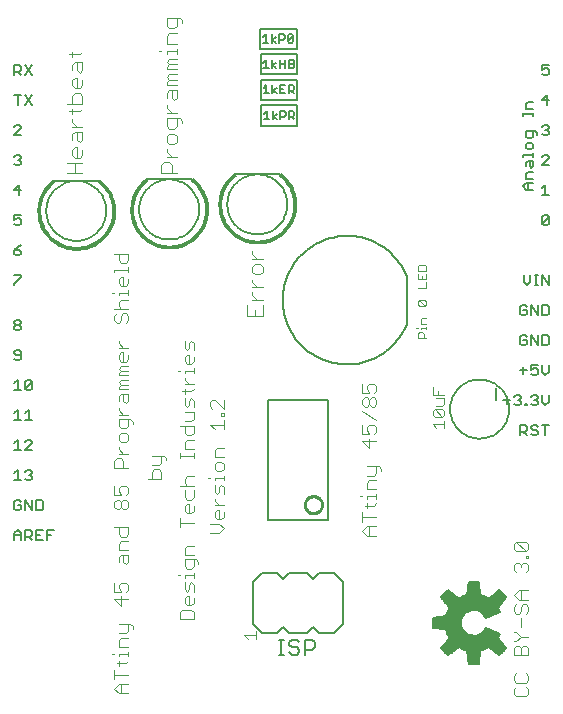
<source format=gto>
G75*
G70*
%OFA0B0*%
%FSLAX24Y24*%
%IPPOS*%
%LPD*%
%AMOC8*
5,1,8,0,0,1.08239X$1,22.5*
%
%ADD10C,0.0040*%
%ADD11C,0.0030*%
%ADD12C,0.0050*%
%ADD13C,0.0060*%
%ADD14C,0.0080*%
%ADD15C,0.0100*%
%ADD16C,0.0059*%
%ADD17C,0.0010*%
D10*
X005524Y006994D02*
X005371Y007148D01*
X005524Y007301D01*
X005831Y007301D01*
X005601Y007301D02*
X005601Y006994D01*
X005524Y006994D02*
X005831Y006994D01*
X005831Y007608D02*
X005371Y007608D01*
X005371Y007455D02*
X005371Y007762D01*
X005524Y007915D02*
X005524Y008069D01*
X005448Y007992D02*
X005754Y007992D01*
X005831Y008069D01*
X005831Y008222D02*
X005831Y008376D01*
X005831Y008299D02*
X005524Y008299D01*
X005524Y008222D01*
X005371Y008299D02*
X005294Y008299D01*
X005524Y008529D02*
X005524Y008759D01*
X005601Y008836D01*
X005831Y008836D01*
X005754Y008989D02*
X005831Y009066D01*
X005831Y009296D01*
X005908Y009296D02*
X005985Y009219D01*
X005985Y009143D01*
X005908Y009296D02*
X005524Y009296D01*
X005524Y008989D02*
X005754Y008989D01*
X005831Y008529D02*
X005524Y008529D01*
X005601Y009910D02*
X005601Y010217D01*
X005601Y010370D02*
X005524Y010524D01*
X005524Y010601D01*
X005601Y010677D01*
X005754Y010677D01*
X005831Y010601D01*
X005831Y010447D01*
X005754Y010370D01*
X005601Y010370D02*
X005371Y010370D01*
X005371Y010677D01*
X005371Y010140D02*
X005601Y009910D01*
X005831Y010140D02*
X005371Y010140D01*
X005754Y011291D02*
X005678Y011368D01*
X005678Y011598D01*
X005601Y011598D02*
X005831Y011598D01*
X005831Y011368D01*
X005754Y011291D01*
X005524Y011368D02*
X005524Y011521D01*
X005601Y011598D01*
X005524Y011751D02*
X005524Y011982D01*
X005601Y012058D01*
X005831Y012058D01*
X005754Y012212D02*
X005831Y012289D01*
X005831Y012519D01*
X005371Y012519D01*
X005524Y012519D02*
X005524Y012289D01*
X005601Y012212D01*
X005754Y012212D01*
X005831Y011751D02*
X005524Y011751D01*
X005524Y013133D02*
X005448Y013133D01*
X005371Y013209D01*
X005371Y013363D01*
X005448Y013439D01*
X005524Y013439D01*
X005601Y013363D01*
X005601Y013209D01*
X005524Y013133D01*
X005601Y013209D02*
X005678Y013133D01*
X005754Y013133D01*
X005831Y013209D01*
X005831Y013363D01*
X005754Y013439D01*
X005678Y013439D01*
X005601Y013363D01*
X005601Y013593D02*
X005524Y013746D01*
X005524Y013823D01*
X005601Y013900D01*
X005754Y013900D01*
X005831Y013823D01*
X005831Y013670D01*
X005754Y013593D01*
X005601Y013593D02*
X005371Y013593D01*
X005371Y013900D01*
X005371Y014514D02*
X005371Y014744D01*
X005448Y014820D01*
X005601Y014820D01*
X005678Y014744D01*
X005678Y014514D01*
X005831Y014514D02*
X005371Y014514D01*
X005524Y014974D02*
X005831Y014974D01*
X005678Y014974D02*
X005524Y015127D01*
X005524Y015204D01*
X005601Y015358D02*
X005524Y015434D01*
X005524Y015588D01*
X005601Y015664D01*
X005754Y015664D01*
X005831Y015588D01*
X005831Y015434D01*
X005754Y015358D01*
X005601Y015358D01*
X005601Y015818D02*
X005524Y015895D01*
X005524Y016125D01*
X005908Y016125D01*
X005985Y016048D01*
X005985Y015971D01*
X005831Y015895D02*
X005831Y016125D01*
X005831Y016278D02*
X005524Y016278D01*
X005524Y016432D02*
X005524Y016508D01*
X005524Y016432D02*
X005678Y016278D01*
X005754Y016662D02*
X005678Y016739D01*
X005678Y016969D01*
X005601Y016969D02*
X005831Y016969D01*
X005831Y016739D01*
X005754Y016662D01*
X005524Y016739D02*
X005524Y016892D01*
X005601Y016969D01*
X005524Y017122D02*
X005524Y017199D01*
X005601Y017276D01*
X005524Y017352D01*
X005601Y017429D01*
X005831Y017429D01*
X005831Y017276D02*
X005601Y017276D01*
X005524Y017122D02*
X005831Y017122D01*
X005831Y017583D02*
X005524Y017583D01*
X005524Y017659D01*
X005601Y017736D01*
X005524Y017813D01*
X005601Y017889D01*
X005831Y017889D01*
X005831Y017736D02*
X005601Y017736D01*
X005601Y018043D02*
X005524Y018120D01*
X005524Y018273D01*
X005601Y018350D01*
X005678Y018350D01*
X005678Y018043D01*
X005754Y018043D02*
X005601Y018043D01*
X005754Y018043D02*
X005831Y018120D01*
X005831Y018273D01*
X005831Y018503D02*
X005524Y018503D01*
X005524Y018657D02*
X005524Y018733D01*
X005524Y018657D02*
X005678Y018503D01*
X005754Y019347D02*
X005831Y019424D01*
X005831Y019577D01*
X005754Y019654D01*
X005678Y019654D01*
X005601Y019577D01*
X005601Y019424D01*
X005524Y019347D01*
X005448Y019347D01*
X005371Y019424D01*
X005371Y019577D01*
X005448Y019654D01*
X005371Y019808D02*
X005831Y019808D01*
X005601Y019808D02*
X005524Y019884D01*
X005524Y020038D01*
X005601Y020115D01*
X005831Y020115D01*
X005831Y020268D02*
X005831Y020421D01*
X005831Y020345D02*
X005524Y020345D01*
X005524Y020268D01*
X005371Y020345D02*
X005294Y020345D01*
X005524Y020652D02*
X005524Y020805D01*
X005601Y020882D01*
X005678Y020882D01*
X005678Y020575D01*
X005754Y020575D02*
X005601Y020575D01*
X005524Y020652D01*
X005754Y020575D02*
X005831Y020652D01*
X005831Y020805D01*
X005831Y021035D02*
X005831Y021189D01*
X005831Y021112D02*
X005371Y021112D01*
X005371Y021035D01*
X005601Y021342D02*
X005524Y021419D01*
X005524Y021649D01*
X005371Y021649D02*
X005831Y021649D01*
X005831Y021419D01*
X005754Y021342D01*
X005601Y021342D01*
X007714Y018743D02*
X007714Y018513D01*
X007791Y018436D01*
X007868Y018513D01*
X007868Y018666D01*
X007945Y018743D01*
X008021Y018666D01*
X008021Y018436D01*
X007868Y018282D02*
X007791Y018282D01*
X007714Y018206D01*
X007714Y018052D01*
X007791Y017976D01*
X007945Y017976D01*
X008021Y018052D01*
X008021Y018206D01*
X007868Y018282D02*
X007868Y017976D01*
X008021Y017822D02*
X008021Y017669D01*
X008021Y017745D02*
X007714Y017745D01*
X007714Y017669D01*
X007714Y017515D02*
X007714Y017439D01*
X007868Y017285D01*
X008021Y017285D02*
X007714Y017285D01*
X007714Y017132D02*
X007714Y016978D01*
X007638Y017055D02*
X007945Y017055D01*
X008021Y017132D01*
X007945Y016825D02*
X007868Y016748D01*
X007868Y016595D01*
X007791Y016518D01*
X007714Y016595D01*
X007714Y016825D01*
X007945Y016825D02*
X008021Y016748D01*
X008021Y016518D01*
X008021Y016364D02*
X007714Y016364D01*
X007714Y016057D02*
X007945Y016057D01*
X008021Y016134D01*
X008021Y016364D01*
X008021Y015904D02*
X007561Y015904D01*
X007714Y015904D02*
X007714Y015674D01*
X007791Y015597D01*
X007945Y015597D01*
X008021Y015674D01*
X008021Y015904D01*
X008021Y015444D02*
X007791Y015444D01*
X007714Y015367D01*
X007714Y015137D01*
X008021Y015137D01*
X008021Y014983D02*
X008021Y014830D01*
X008021Y014907D02*
X007561Y014907D01*
X007561Y014983D02*
X007561Y014830D01*
X007093Y014835D02*
X007093Y014758D01*
X007093Y014835D02*
X007016Y014912D01*
X006633Y014912D01*
X006633Y014605D02*
X006863Y014605D01*
X006940Y014682D01*
X006940Y014912D01*
X006863Y014451D02*
X006710Y014451D01*
X006633Y014375D01*
X006633Y014145D01*
X006479Y014145D02*
X006940Y014145D01*
X006940Y014375D01*
X006863Y014451D01*
X007561Y013909D02*
X008021Y013909D01*
X008021Y013756D02*
X008021Y013526D01*
X007945Y013449D01*
X007791Y013449D01*
X007714Y013526D01*
X007714Y013756D01*
X007791Y013909D02*
X007714Y013986D01*
X007714Y014139D01*
X007791Y014216D01*
X008021Y014216D01*
X008485Y014171D02*
X008561Y014171D01*
X008715Y014171D02*
X008715Y014095D01*
X008715Y014171D02*
X009022Y014171D01*
X009022Y014095D02*
X009022Y014248D01*
X008945Y014402D02*
X009022Y014478D01*
X009022Y014632D01*
X008945Y014708D01*
X008792Y014708D01*
X008715Y014632D01*
X008715Y014478D01*
X008792Y014402D01*
X008945Y014402D01*
X008945Y013941D02*
X008868Y013864D01*
X008868Y013711D01*
X008792Y013634D01*
X008715Y013711D01*
X008715Y013941D01*
X008945Y013941D02*
X009022Y013864D01*
X009022Y013634D01*
X008715Y013481D02*
X008715Y013404D01*
X008868Y013251D01*
X008715Y013251D02*
X009022Y013251D01*
X008868Y013097D02*
X008868Y012790D01*
X008792Y012790D02*
X008715Y012867D01*
X008715Y013021D01*
X008792Y013097D01*
X008868Y013097D01*
X009022Y013021D02*
X009022Y012867D01*
X008945Y012790D01*
X008792Y012790D01*
X008868Y012637D02*
X008561Y012637D01*
X008868Y012637D02*
X009022Y012483D01*
X008868Y012330D01*
X008561Y012330D01*
X008098Y011454D02*
X007714Y011454D01*
X007714Y011224D01*
X007791Y011147D01*
X007945Y011147D01*
X008021Y011224D01*
X008021Y011454D01*
X008098Y011454D02*
X008175Y011377D01*
X008175Y011300D01*
X008021Y010994D02*
X008021Y010840D01*
X008021Y010917D02*
X007714Y010917D01*
X007714Y010840D01*
X007714Y010687D02*
X007714Y010456D01*
X007791Y010380D01*
X007868Y010456D01*
X007868Y010610D01*
X007945Y010687D01*
X008021Y010610D01*
X008021Y010380D01*
X007868Y010226D02*
X007868Y009919D01*
X007945Y009919D02*
X007791Y009919D01*
X007714Y009996D01*
X007714Y010150D01*
X007791Y010226D01*
X007868Y010226D01*
X008021Y010150D02*
X008021Y009996D01*
X007945Y009919D01*
X007945Y009766D02*
X007638Y009766D01*
X007561Y009689D01*
X007561Y009459D01*
X008021Y009459D01*
X008021Y009689D01*
X007945Y009766D01*
X007561Y010917D02*
X007484Y010917D01*
X007714Y011607D02*
X007714Y011838D01*
X007791Y011914D01*
X008021Y011914D01*
X008021Y011607D02*
X007714Y011607D01*
X007561Y012528D02*
X007561Y012835D01*
X007561Y012682D02*
X008021Y012682D01*
X007945Y012988D02*
X007791Y012988D01*
X007714Y013065D01*
X007714Y013219D01*
X007791Y013295D01*
X007868Y013295D01*
X007868Y012988D01*
X007945Y012988D02*
X008021Y013065D01*
X008021Y013219D01*
X008715Y014862D02*
X008715Y015092D01*
X008792Y015169D01*
X009022Y015169D01*
X009022Y014862D02*
X008715Y014862D01*
X008715Y015783D02*
X008561Y015936D01*
X009022Y015936D01*
X009022Y015783D02*
X009022Y016090D01*
X009022Y016243D02*
X009022Y016320D01*
X008945Y016320D01*
X008945Y016243D01*
X009022Y016243D01*
X009022Y016473D02*
X008715Y016780D01*
X008638Y016780D01*
X008561Y016703D01*
X008561Y016550D01*
X008638Y016473D01*
X009022Y016473D02*
X009022Y016780D01*
X007561Y017745D02*
X007484Y017745D01*
X005831Y015895D02*
X005754Y015818D01*
X005601Y015818D01*
X009792Y019576D02*
X010312Y019576D01*
X010312Y019923D01*
X010312Y020092D02*
X009965Y020092D01*
X009965Y020266D02*
X009965Y020352D01*
X009965Y020266D02*
X010139Y020092D01*
X010052Y019750D02*
X010052Y019576D01*
X009792Y019576D02*
X009792Y019923D01*
X009965Y020522D02*
X010312Y020522D01*
X010139Y020522D02*
X009965Y020695D01*
X009965Y020782D01*
X010052Y020951D02*
X009965Y021038D01*
X009965Y021212D01*
X010052Y021298D01*
X010225Y021298D01*
X010312Y021212D01*
X010312Y021038D01*
X010225Y020951D01*
X010052Y020951D01*
X010139Y021467D02*
X009965Y021641D01*
X009965Y021727D01*
X009965Y021467D02*
X010312Y021467D01*
X007460Y024348D02*
X006940Y024348D01*
X006940Y024608D01*
X007026Y024695D01*
X007200Y024695D01*
X007287Y024608D01*
X007287Y024348D01*
X007287Y024864D02*
X007113Y025037D01*
X007113Y025124D01*
X007200Y025293D02*
X007113Y025380D01*
X007113Y025554D01*
X007200Y025640D01*
X007373Y025640D01*
X007460Y025554D01*
X007460Y025380D01*
X007373Y025293D01*
X007200Y025293D01*
X007200Y025809D02*
X007373Y025809D01*
X007460Y025896D01*
X007460Y026156D01*
X007547Y026156D02*
X007113Y026156D01*
X007113Y025896D01*
X007200Y025809D01*
X007547Y026156D02*
X007633Y026069D01*
X007633Y025983D01*
X007460Y026325D02*
X007113Y026325D01*
X007113Y026498D02*
X007113Y026585D01*
X007113Y026498D02*
X007287Y026325D01*
X007373Y026754D02*
X007287Y026841D01*
X007287Y027101D01*
X007200Y027101D02*
X007460Y027101D01*
X007460Y026841D01*
X007373Y026754D01*
X007113Y026841D02*
X007113Y027015D01*
X007200Y027101D01*
X007113Y027270D02*
X007113Y027357D01*
X007200Y027444D01*
X007113Y027530D01*
X007200Y027617D01*
X007460Y027617D01*
X007460Y027786D02*
X007113Y027786D01*
X007113Y027872D01*
X007200Y027959D01*
X007113Y028046D01*
X007200Y028133D01*
X007460Y028133D01*
X007460Y028301D02*
X007460Y028475D01*
X007460Y028388D02*
X007113Y028388D01*
X007113Y028301D01*
X006940Y028388D02*
X006853Y028388D01*
X007113Y028645D02*
X007113Y028905D01*
X007200Y028992D01*
X007460Y028992D01*
X007373Y029161D02*
X007460Y029247D01*
X007460Y029508D01*
X007547Y029508D02*
X007113Y029508D01*
X007113Y029247D01*
X007200Y029161D01*
X007373Y029161D01*
X007633Y029334D02*
X007633Y029421D01*
X007547Y029508D01*
X007460Y028645D02*
X007113Y028645D01*
X007200Y027959D02*
X007460Y027959D01*
X007460Y027444D02*
X007200Y027444D01*
X007113Y027270D02*
X007460Y027270D01*
X007460Y024864D02*
X007113Y024864D01*
X004306Y024931D02*
X004219Y024845D01*
X004046Y024845D01*
X003959Y024931D01*
X003959Y025105D01*
X004046Y025192D01*
X004133Y025192D01*
X004133Y024845D01*
X004046Y024676D02*
X004046Y024329D01*
X004306Y024329D02*
X003786Y024329D01*
X003786Y024676D02*
X004306Y024676D01*
X004306Y024931D02*
X004306Y025105D01*
X004219Y025360D02*
X004133Y025447D01*
X004133Y025707D01*
X004046Y025707D02*
X004306Y025707D01*
X004306Y025447D01*
X004219Y025360D01*
X003959Y025447D02*
X003959Y025621D01*
X004046Y025707D01*
X004133Y025876D02*
X003959Y026049D01*
X003959Y026136D01*
X003959Y026306D02*
X003959Y026479D01*
X003872Y026392D02*
X004219Y026392D01*
X004306Y026479D01*
X004306Y026649D02*
X004306Y026910D01*
X004219Y026996D01*
X004046Y026996D01*
X003959Y026910D01*
X003959Y026649D01*
X003786Y026649D02*
X004306Y026649D01*
X004219Y027165D02*
X004046Y027165D01*
X003959Y027252D01*
X003959Y027425D01*
X004046Y027512D01*
X004133Y027512D01*
X004133Y027165D01*
X004219Y027165D02*
X004306Y027252D01*
X004306Y027425D01*
X004219Y027681D02*
X004133Y027767D01*
X004133Y028028D01*
X004046Y028028D02*
X004306Y028028D01*
X004306Y027767D01*
X004219Y027681D01*
X003959Y027767D02*
X003959Y027941D01*
X004046Y028028D01*
X003959Y028196D02*
X003959Y028370D01*
X003872Y028283D02*
X004219Y028283D01*
X004306Y028370D01*
X004306Y025876D02*
X003959Y025876D01*
X013568Y013553D02*
X013645Y013553D01*
X013798Y013553D02*
X014105Y013553D01*
X014105Y013476D02*
X014105Y013630D01*
X014105Y013783D02*
X013798Y013783D01*
X013798Y014013D01*
X013875Y014090D01*
X014105Y014090D01*
X014029Y014244D02*
X014105Y014320D01*
X014105Y014550D01*
X014182Y014550D02*
X014259Y014474D01*
X014259Y014397D01*
X014182Y014550D02*
X013798Y014550D01*
X013798Y014244D02*
X014029Y014244D01*
X013798Y013553D02*
X013798Y013476D01*
X013798Y013323D02*
X013798Y013169D01*
X013722Y013246D02*
X014029Y013246D01*
X014105Y013323D01*
X014105Y012863D02*
X013645Y012863D01*
X013645Y013016D02*
X013645Y012709D01*
X013798Y012556D02*
X014105Y012556D01*
X013875Y012556D02*
X013875Y012249D01*
X013798Y012249D02*
X013645Y012402D01*
X013798Y012556D01*
X013798Y012249D02*
X014105Y012249D01*
X013875Y015164D02*
X013875Y015471D01*
X013875Y015625D02*
X013798Y015778D01*
X013798Y015855D01*
X013875Y015932D01*
X014029Y015932D01*
X014105Y015855D01*
X014105Y015701D01*
X014029Y015625D01*
X013875Y015625D02*
X013645Y015625D01*
X013645Y015932D01*
X013645Y015394D02*
X013875Y015164D01*
X014105Y015394D02*
X013645Y015394D01*
X014105Y016085D02*
X013645Y016392D01*
X013722Y016545D02*
X013798Y016545D01*
X013875Y016622D01*
X013875Y016776D01*
X013952Y016852D01*
X014029Y016852D01*
X014105Y016776D01*
X014105Y016622D01*
X014029Y016545D01*
X013952Y016545D01*
X013875Y016622D01*
X013875Y016776D02*
X013798Y016852D01*
X013722Y016852D01*
X013645Y016776D01*
X013645Y016622D01*
X013722Y016545D01*
X013645Y017006D02*
X013875Y017006D01*
X013798Y017159D01*
X013798Y017236D01*
X013875Y017313D01*
X014029Y017313D01*
X014105Y017236D01*
X014105Y017082D01*
X014029Y017006D01*
X013645Y017006D02*
X013645Y017313D01*
X018778Y012027D02*
X018701Y011950D01*
X018701Y011797D01*
X018778Y011720D01*
X019085Y011720D01*
X018778Y012027D01*
X019085Y012027D01*
X019162Y011950D01*
X019162Y011797D01*
X019085Y011720D01*
X019085Y011566D02*
X019162Y011566D01*
X019162Y011490D01*
X019085Y011490D01*
X019085Y011566D01*
X019085Y011336D02*
X019162Y011259D01*
X019162Y011106D01*
X019085Y011029D01*
X018931Y011183D02*
X018931Y011259D01*
X019008Y011336D01*
X019085Y011336D01*
X018931Y011259D02*
X018855Y011336D01*
X018778Y011336D01*
X018701Y011259D01*
X018701Y011106D01*
X018778Y011029D01*
X018855Y010416D02*
X018701Y010262D01*
X018855Y010109D01*
X019162Y010109D01*
X019085Y009955D02*
X019162Y009878D01*
X019162Y009725D01*
X019085Y009648D01*
X018931Y009725D02*
X018931Y009878D01*
X019008Y009955D01*
X019085Y009955D01*
X018931Y010109D02*
X018931Y010416D01*
X018855Y010416D02*
X019162Y010416D01*
X018778Y009955D02*
X018701Y009878D01*
X018701Y009725D01*
X018778Y009648D01*
X018855Y009648D01*
X018931Y009725D01*
X018931Y009495D02*
X018931Y009188D01*
X018778Y009034D02*
X018701Y009034D01*
X018778Y009034D02*
X018931Y008881D01*
X019162Y008881D01*
X018931Y008881D02*
X018778Y008728D01*
X018701Y008728D01*
X018778Y008574D02*
X018701Y008497D01*
X018701Y008267D01*
X019162Y008267D01*
X019162Y008497D01*
X019085Y008574D01*
X019008Y008574D01*
X018931Y008497D01*
X018931Y008267D01*
X018931Y008497D02*
X018855Y008574D01*
X018778Y008574D01*
X018778Y007653D02*
X018701Y007577D01*
X018701Y007423D01*
X018778Y007346D01*
X019085Y007346D01*
X019162Y007423D01*
X019162Y007577D01*
X019085Y007653D01*
X019085Y007193D02*
X019162Y007116D01*
X019162Y006963D01*
X019085Y006886D01*
X018778Y006886D01*
X018701Y006963D01*
X018701Y007116D01*
X018778Y007193D01*
D11*
X016354Y015835D02*
X016354Y016082D01*
X016354Y015959D02*
X015984Y015959D01*
X016108Y015835D01*
X016046Y016204D02*
X015984Y016265D01*
X015984Y016389D01*
X016046Y016450D01*
X016293Y016204D01*
X016354Y016265D01*
X016354Y016389D01*
X016293Y016450D01*
X016046Y016450D01*
X016108Y016572D02*
X016293Y016572D01*
X016354Y016634D01*
X016354Y016819D01*
X016108Y016819D01*
X016169Y016940D02*
X016169Y017064D01*
X015984Y016940D02*
X015984Y017187D01*
X015984Y016940D02*
X016354Y016940D01*
X016293Y016204D02*
X016046Y016204D01*
X015778Y018823D02*
X015488Y018823D01*
X015488Y018968D01*
X015537Y019016D01*
X015633Y019016D01*
X015682Y018968D01*
X015682Y018823D01*
X015778Y019117D02*
X015778Y019214D01*
X015778Y019166D02*
X015585Y019166D01*
X015585Y019117D01*
X015488Y019166D02*
X015440Y019166D01*
X015585Y019314D02*
X015585Y019459D01*
X015633Y019507D01*
X015778Y019507D01*
X015778Y019314D02*
X015585Y019314D01*
X015537Y019903D02*
X015488Y019951D01*
X015488Y020048D01*
X015537Y020096D01*
X015730Y019903D01*
X015778Y019951D01*
X015778Y020048D01*
X015730Y020096D01*
X015537Y020096D01*
X015537Y019903D02*
X015730Y019903D01*
X015778Y020492D02*
X015488Y020492D01*
X015778Y020492D02*
X015778Y020686D01*
X015778Y020787D02*
X015488Y020787D01*
X015488Y020980D01*
X015488Y021082D02*
X015488Y021227D01*
X015537Y021275D01*
X015730Y021275D01*
X015778Y021227D01*
X015778Y021082D01*
X015488Y021082D01*
X015633Y020884D02*
X015633Y020787D01*
X015778Y020787D02*
X015778Y020980D01*
X010081Y009050D02*
X010081Y008803D01*
X010081Y008927D02*
X009711Y008927D01*
X009834Y008803D01*
D12*
X010296Y008988D02*
X009996Y009288D01*
X009996Y010688D01*
X010296Y010988D01*
X010796Y010988D01*
X010996Y010788D01*
X011196Y010988D01*
X011796Y010988D01*
X011996Y010788D01*
X012196Y010988D01*
X012696Y010988D01*
X012996Y010688D01*
X012996Y009288D01*
X012696Y008988D01*
X012196Y008988D01*
X011996Y009188D01*
X011796Y008988D01*
X011196Y008988D01*
X010996Y009188D01*
X010796Y008988D01*
X010296Y008988D01*
X010856Y008775D02*
X011026Y008775D01*
X010941Y008775D02*
X010941Y008265D01*
X010856Y008265D02*
X011026Y008265D01*
X011199Y008350D02*
X011284Y008265D01*
X011455Y008265D01*
X011540Y008350D01*
X011540Y008435D01*
X011455Y008520D01*
X011284Y008520D01*
X011199Y008605D01*
X011199Y008690D01*
X011284Y008775D01*
X011455Y008775D01*
X011540Y008690D01*
X011715Y008775D02*
X011715Y008265D01*
X011715Y008435D02*
X011970Y008435D01*
X012055Y008520D01*
X012055Y008690D01*
X011970Y008775D01*
X011715Y008775D01*
X011375Y026122D02*
X011285Y026212D01*
X011330Y026212D02*
X011195Y026212D01*
X011195Y026122D02*
X011195Y026392D01*
X011330Y026392D01*
X011375Y026347D01*
X011375Y026257D01*
X011330Y026212D01*
X011081Y026257D02*
X011035Y026212D01*
X010900Y026212D01*
X010900Y026122D02*
X010900Y026392D01*
X011035Y026392D01*
X011081Y026347D01*
X011081Y026257D01*
X010790Y026302D02*
X010655Y026212D01*
X010790Y026122D01*
X010655Y026122D02*
X010655Y026392D01*
X010450Y026392D02*
X010450Y026122D01*
X010360Y026122D02*
X010540Y026122D01*
X010360Y026302D02*
X010450Y026392D01*
X010439Y026984D02*
X010439Y027254D01*
X010349Y027164D01*
X010349Y026984D02*
X010529Y026984D01*
X010643Y026984D02*
X010643Y027254D01*
X010779Y027164D02*
X010643Y027074D01*
X010779Y026984D01*
X010889Y026984D02*
X011069Y026984D01*
X011184Y026984D02*
X011184Y027254D01*
X011319Y027254D01*
X011364Y027209D01*
X011364Y027119D01*
X011319Y027074D01*
X011184Y027074D01*
X011274Y027074D02*
X011364Y026984D01*
X011069Y027254D02*
X010889Y027254D01*
X010889Y026984D01*
X010889Y027119D02*
X010979Y027119D01*
X011065Y027826D02*
X011065Y028096D01*
X011179Y028096D02*
X011179Y027826D01*
X011314Y027826D01*
X011359Y027871D01*
X011359Y027916D01*
X011314Y027961D01*
X011179Y027961D01*
X011065Y027961D02*
X010885Y027961D01*
X010774Y028006D02*
X010639Y027916D01*
X010774Y027826D01*
X010885Y027826D02*
X010885Y028096D01*
X010639Y028096D02*
X010639Y027826D01*
X010525Y027826D02*
X010345Y027826D01*
X010435Y027826D02*
X010435Y028096D01*
X010345Y028006D01*
X010328Y028682D02*
X010508Y028682D01*
X010418Y028682D02*
X010418Y028953D01*
X010328Y028862D01*
X010622Y028772D02*
X010757Y028862D01*
X010868Y028772D02*
X011003Y028772D01*
X011048Y028817D01*
X011048Y028907D01*
X011003Y028953D01*
X010868Y028953D01*
X010868Y028682D01*
X010757Y028682D02*
X010622Y028772D01*
X010622Y028682D02*
X010622Y028953D01*
X011162Y028907D02*
X011162Y028727D01*
X011342Y028907D01*
X011342Y028727D01*
X011297Y028682D01*
X011207Y028682D01*
X011162Y028727D01*
X011162Y028907D02*
X011207Y028953D01*
X011297Y028953D01*
X011342Y028907D01*
X011314Y028096D02*
X011359Y028051D01*
X011359Y028006D01*
X011314Y027961D01*
X011314Y028096D02*
X011179Y028096D01*
D13*
X009138Y023285D02*
X009140Y023348D01*
X009146Y023410D01*
X009156Y023472D01*
X009169Y023534D01*
X009187Y023594D01*
X009208Y023653D01*
X009233Y023711D01*
X009262Y023767D01*
X009294Y023821D01*
X009329Y023873D01*
X009367Y023922D01*
X009409Y023970D01*
X009453Y024014D01*
X009501Y024056D01*
X009550Y024094D01*
X009602Y024129D01*
X009656Y024161D01*
X009712Y024190D01*
X009770Y024215D01*
X009829Y024236D01*
X009889Y024254D01*
X009951Y024267D01*
X010013Y024277D01*
X010075Y024283D01*
X010138Y024285D01*
X010201Y024283D01*
X010263Y024277D01*
X010325Y024267D01*
X010387Y024254D01*
X010447Y024236D01*
X010506Y024215D01*
X010564Y024190D01*
X010620Y024161D01*
X010674Y024129D01*
X010726Y024094D01*
X010775Y024056D01*
X010823Y024014D01*
X010867Y023970D01*
X010909Y023922D01*
X010947Y023873D01*
X010982Y023821D01*
X011014Y023767D01*
X011043Y023711D01*
X011068Y023653D01*
X011089Y023594D01*
X011107Y023534D01*
X011120Y023472D01*
X011130Y023410D01*
X011136Y023348D01*
X011138Y023285D01*
X011136Y023222D01*
X011130Y023160D01*
X011120Y023098D01*
X011107Y023036D01*
X011089Y022976D01*
X011068Y022917D01*
X011043Y022859D01*
X011014Y022803D01*
X010982Y022749D01*
X010947Y022697D01*
X010909Y022648D01*
X010867Y022600D01*
X010823Y022556D01*
X010775Y022514D01*
X010726Y022476D01*
X010674Y022441D01*
X010620Y022409D01*
X010564Y022380D01*
X010506Y022355D01*
X010447Y022334D01*
X010387Y022316D01*
X010325Y022303D01*
X010263Y022293D01*
X010201Y022287D01*
X010138Y022285D01*
X010075Y022287D01*
X010013Y022293D01*
X009951Y022303D01*
X009889Y022316D01*
X009829Y022334D01*
X009770Y022355D01*
X009712Y022380D01*
X009656Y022409D01*
X009602Y022441D01*
X009550Y022476D01*
X009501Y022514D01*
X009453Y022556D01*
X009409Y022600D01*
X009367Y022648D01*
X009329Y022697D01*
X009294Y022749D01*
X009262Y022803D01*
X009233Y022859D01*
X009208Y022917D01*
X009187Y022976D01*
X009169Y023036D01*
X009156Y023098D01*
X009146Y023160D01*
X009140Y023222D01*
X009138Y023285D01*
X006200Y023118D02*
X006202Y023181D01*
X006208Y023243D01*
X006218Y023305D01*
X006231Y023367D01*
X006249Y023427D01*
X006270Y023486D01*
X006295Y023544D01*
X006324Y023600D01*
X006356Y023654D01*
X006391Y023706D01*
X006429Y023755D01*
X006471Y023803D01*
X006515Y023847D01*
X006563Y023889D01*
X006612Y023927D01*
X006664Y023962D01*
X006718Y023994D01*
X006774Y024023D01*
X006832Y024048D01*
X006891Y024069D01*
X006951Y024087D01*
X007013Y024100D01*
X007075Y024110D01*
X007137Y024116D01*
X007200Y024118D01*
X007263Y024116D01*
X007325Y024110D01*
X007387Y024100D01*
X007449Y024087D01*
X007509Y024069D01*
X007568Y024048D01*
X007626Y024023D01*
X007682Y023994D01*
X007736Y023962D01*
X007788Y023927D01*
X007837Y023889D01*
X007885Y023847D01*
X007929Y023803D01*
X007971Y023755D01*
X008009Y023706D01*
X008044Y023654D01*
X008076Y023600D01*
X008105Y023544D01*
X008130Y023486D01*
X008151Y023427D01*
X008169Y023367D01*
X008182Y023305D01*
X008192Y023243D01*
X008198Y023181D01*
X008200Y023118D01*
X008198Y023055D01*
X008192Y022993D01*
X008182Y022931D01*
X008169Y022869D01*
X008151Y022809D01*
X008130Y022750D01*
X008105Y022692D01*
X008076Y022636D01*
X008044Y022582D01*
X008009Y022530D01*
X007971Y022481D01*
X007929Y022433D01*
X007885Y022389D01*
X007837Y022347D01*
X007788Y022309D01*
X007736Y022274D01*
X007682Y022242D01*
X007626Y022213D01*
X007568Y022188D01*
X007509Y022167D01*
X007449Y022149D01*
X007387Y022136D01*
X007325Y022126D01*
X007263Y022120D01*
X007200Y022118D01*
X007137Y022120D01*
X007075Y022126D01*
X007013Y022136D01*
X006951Y022149D01*
X006891Y022167D01*
X006832Y022188D01*
X006774Y022213D01*
X006718Y022242D01*
X006664Y022274D01*
X006612Y022309D01*
X006563Y022347D01*
X006515Y022389D01*
X006471Y022433D01*
X006429Y022481D01*
X006391Y022530D01*
X006356Y022582D01*
X006324Y022636D01*
X006295Y022692D01*
X006270Y022750D01*
X006249Y022809D01*
X006231Y022869D01*
X006218Y022931D01*
X006208Y022993D01*
X006202Y023055D01*
X006200Y023118D01*
X003104Y023071D02*
X003106Y023134D01*
X003112Y023196D01*
X003122Y023258D01*
X003135Y023320D01*
X003153Y023380D01*
X003174Y023439D01*
X003199Y023497D01*
X003228Y023553D01*
X003260Y023607D01*
X003295Y023659D01*
X003333Y023708D01*
X003375Y023756D01*
X003419Y023800D01*
X003467Y023842D01*
X003516Y023880D01*
X003568Y023915D01*
X003622Y023947D01*
X003678Y023976D01*
X003736Y024001D01*
X003795Y024022D01*
X003855Y024040D01*
X003917Y024053D01*
X003979Y024063D01*
X004041Y024069D01*
X004104Y024071D01*
X004167Y024069D01*
X004229Y024063D01*
X004291Y024053D01*
X004353Y024040D01*
X004413Y024022D01*
X004472Y024001D01*
X004530Y023976D01*
X004586Y023947D01*
X004640Y023915D01*
X004692Y023880D01*
X004741Y023842D01*
X004789Y023800D01*
X004833Y023756D01*
X004875Y023708D01*
X004913Y023659D01*
X004948Y023607D01*
X004980Y023553D01*
X005009Y023497D01*
X005034Y023439D01*
X005055Y023380D01*
X005073Y023320D01*
X005086Y023258D01*
X005096Y023196D01*
X005102Y023134D01*
X005104Y023071D01*
X005102Y023008D01*
X005096Y022946D01*
X005086Y022884D01*
X005073Y022822D01*
X005055Y022762D01*
X005034Y022703D01*
X005009Y022645D01*
X004980Y022589D01*
X004948Y022535D01*
X004913Y022483D01*
X004875Y022434D01*
X004833Y022386D01*
X004789Y022342D01*
X004741Y022300D01*
X004692Y022262D01*
X004640Y022227D01*
X004586Y022195D01*
X004530Y022166D01*
X004472Y022141D01*
X004413Y022120D01*
X004353Y022102D01*
X004291Y022089D01*
X004229Y022079D01*
X004167Y022073D01*
X004104Y022071D01*
X004041Y022073D01*
X003979Y022079D01*
X003917Y022089D01*
X003855Y022102D01*
X003795Y022120D01*
X003736Y022141D01*
X003678Y022166D01*
X003622Y022195D01*
X003568Y022227D01*
X003516Y022262D01*
X003467Y022300D01*
X003419Y022342D01*
X003375Y022386D01*
X003333Y022434D01*
X003295Y022483D01*
X003260Y022535D01*
X003228Y022589D01*
X003199Y022645D01*
X003174Y022703D01*
X003153Y022762D01*
X003135Y022822D01*
X003122Y022884D01*
X003112Y022946D01*
X003106Y023008D01*
X003104Y023071D01*
X002266Y022930D02*
X002039Y022930D01*
X002039Y022760D01*
X002152Y022817D01*
X002209Y022817D01*
X002266Y022760D01*
X002266Y022647D01*
X002209Y022590D01*
X002096Y022590D01*
X002039Y022647D01*
X002266Y021930D02*
X002152Y021873D01*
X002039Y021760D01*
X002209Y021760D01*
X002266Y021703D01*
X002266Y021647D01*
X002209Y021590D01*
X002096Y021590D01*
X002039Y021647D01*
X002039Y021760D01*
X002039Y020930D02*
X002266Y020930D01*
X002266Y020873D01*
X002039Y020647D01*
X002039Y020590D01*
X002096Y019430D02*
X002209Y019430D01*
X002266Y019373D01*
X002266Y019317D01*
X002209Y019260D01*
X002096Y019260D01*
X002039Y019317D01*
X002039Y019373D01*
X002096Y019430D01*
X002096Y019260D02*
X002039Y019203D01*
X002039Y019147D01*
X002096Y019090D01*
X002209Y019090D01*
X002266Y019147D01*
X002266Y019203D01*
X002209Y019260D01*
X002209Y018430D02*
X002096Y018430D01*
X002039Y018373D01*
X002039Y018317D01*
X002096Y018260D01*
X002266Y018260D01*
X002266Y018147D02*
X002266Y018373D01*
X002209Y018430D01*
X002266Y018147D02*
X002209Y018090D01*
X002096Y018090D01*
X002039Y018147D01*
X002152Y017430D02*
X002152Y017090D01*
X002039Y017090D02*
X002266Y017090D01*
X002407Y017147D02*
X002634Y017373D01*
X002634Y017147D01*
X002577Y017090D01*
X002464Y017090D01*
X002407Y017147D01*
X002407Y017373D01*
X002464Y017430D01*
X002577Y017430D01*
X002634Y017373D01*
X002152Y017430D02*
X002039Y017317D01*
X002152Y016430D02*
X002152Y016090D01*
X002039Y016090D02*
X002266Y016090D01*
X002407Y016090D02*
X002634Y016090D01*
X002521Y016090D02*
X002521Y016430D01*
X002407Y016317D01*
X002152Y016430D02*
X002039Y016317D01*
X002152Y015430D02*
X002152Y015090D01*
X002039Y015090D02*
X002266Y015090D01*
X002407Y015090D02*
X002634Y015317D01*
X002634Y015373D01*
X002577Y015430D01*
X002464Y015430D01*
X002407Y015373D01*
X002152Y015430D02*
X002039Y015317D01*
X002407Y015090D02*
X002634Y015090D01*
X002577Y014430D02*
X002634Y014373D01*
X002634Y014317D01*
X002577Y014260D01*
X002634Y014203D01*
X002634Y014147D01*
X002577Y014090D01*
X002464Y014090D01*
X002407Y014147D01*
X002266Y014090D02*
X002039Y014090D01*
X002152Y014090D02*
X002152Y014430D01*
X002039Y014317D01*
X002407Y014373D02*
X002464Y014430D01*
X002577Y014430D01*
X002577Y014260D02*
X002521Y014260D01*
X002634Y013430D02*
X002634Y013090D01*
X002407Y013430D01*
X002407Y013090D01*
X002266Y013147D02*
X002266Y013260D01*
X002152Y013260D01*
X002039Y013373D02*
X002039Y013147D01*
X002096Y013090D01*
X002209Y013090D01*
X002266Y013147D01*
X002266Y013373D02*
X002209Y013430D01*
X002096Y013430D01*
X002039Y013373D01*
X002775Y013430D02*
X002775Y013090D01*
X002946Y013090D01*
X003002Y013147D01*
X003002Y013373D01*
X002946Y013430D01*
X002775Y013430D01*
X002775Y012430D02*
X002775Y012090D01*
X003002Y012090D01*
X003144Y012090D02*
X003144Y012430D01*
X003371Y012430D01*
X003257Y012260D02*
X003144Y012260D01*
X003002Y012430D02*
X002775Y012430D01*
X002634Y012373D02*
X002634Y012260D01*
X002577Y012203D01*
X002407Y012203D01*
X002407Y012090D02*
X002407Y012430D01*
X002577Y012430D01*
X002634Y012373D01*
X002775Y012260D02*
X002889Y012260D01*
X002634Y012090D02*
X002521Y012203D01*
X002266Y012260D02*
X002039Y012260D01*
X002039Y012317D02*
X002152Y012430D01*
X002266Y012317D01*
X002266Y012090D01*
X002039Y012090D02*
X002039Y012317D01*
X002209Y023590D02*
X002209Y023930D01*
X002039Y023760D01*
X002266Y023760D01*
X002209Y024590D02*
X002096Y024590D01*
X002039Y024647D01*
X002152Y024760D02*
X002209Y024760D01*
X002266Y024703D01*
X002266Y024647D01*
X002209Y024590D01*
X002209Y024760D02*
X002266Y024817D01*
X002266Y024873D01*
X002209Y024930D01*
X002096Y024930D01*
X002039Y024873D01*
X002039Y025590D02*
X002266Y025817D01*
X002266Y025873D01*
X002209Y025930D01*
X002096Y025930D01*
X002039Y025873D01*
X002039Y025590D02*
X002266Y025590D01*
X002152Y026590D02*
X002152Y026930D01*
X002039Y026930D02*
X002266Y026930D01*
X002407Y026930D02*
X002634Y026590D01*
X002407Y026590D02*
X002634Y026930D01*
X002634Y027590D02*
X002407Y027930D01*
X002266Y027873D02*
X002266Y027760D01*
X002209Y027703D01*
X002039Y027703D01*
X002039Y027590D02*
X002039Y027930D01*
X002209Y027930D01*
X002266Y027873D01*
X002152Y027703D02*
X002266Y027590D01*
X002407Y027590D02*
X002634Y027930D01*
X018336Y016760D02*
X018563Y016760D01*
X018450Y016873D02*
X018450Y016647D01*
X018705Y016647D02*
X018761Y016590D01*
X018875Y016590D01*
X018932Y016647D01*
X018932Y016703D01*
X018875Y016760D01*
X018818Y016760D01*
X018875Y016760D02*
X018932Y016817D01*
X018932Y016873D01*
X018875Y016930D01*
X018761Y016930D01*
X018705Y016873D01*
X019073Y016647D02*
X019130Y016647D01*
X019130Y016590D01*
X019073Y016590D01*
X019073Y016647D01*
X019257Y016647D02*
X019314Y016590D01*
X019427Y016590D01*
X019484Y016647D01*
X019484Y016703D01*
X019427Y016760D01*
X019371Y016760D01*
X019427Y016760D02*
X019484Y016817D01*
X019484Y016873D01*
X019427Y016930D01*
X019314Y016930D01*
X019257Y016873D01*
X019625Y016930D02*
X019625Y016703D01*
X019739Y016590D01*
X019852Y016703D01*
X019852Y016930D01*
X019739Y017590D02*
X019852Y017703D01*
X019852Y017930D01*
X019626Y017930D02*
X019626Y017703D01*
X019739Y017590D01*
X019484Y017647D02*
X019484Y017760D01*
X019427Y017817D01*
X019371Y017817D01*
X019257Y017760D01*
X019257Y017930D01*
X019484Y017930D01*
X019484Y017647D02*
X019427Y017590D01*
X019314Y017590D01*
X019257Y017647D01*
X019116Y017760D02*
X018889Y017760D01*
X019002Y017873D02*
X019002Y017647D01*
X018946Y018590D02*
X019059Y018590D01*
X019116Y018647D01*
X019116Y018760D01*
X019002Y018760D01*
X018889Y018873D02*
X018946Y018930D01*
X019059Y018930D01*
X019116Y018873D01*
X019257Y018930D02*
X019257Y018590D01*
X019484Y018590D02*
X019257Y018930D01*
X019484Y018930D02*
X019484Y018590D01*
X019626Y018590D02*
X019626Y018930D01*
X019796Y018930D01*
X019852Y018873D01*
X019852Y018647D01*
X019796Y018590D01*
X019626Y018590D01*
X018946Y018590D02*
X018889Y018647D01*
X018889Y018873D01*
X018946Y019590D02*
X018889Y019647D01*
X018889Y019873D01*
X018946Y019930D01*
X019059Y019930D01*
X019116Y019873D01*
X019116Y019760D02*
X019002Y019760D01*
X019116Y019760D02*
X019116Y019647D01*
X019059Y019590D01*
X018946Y019590D01*
X019257Y019590D02*
X019257Y019930D01*
X019484Y019590D01*
X019484Y019930D01*
X019626Y019930D02*
X019626Y019590D01*
X019796Y019590D01*
X019852Y019647D01*
X019852Y019873D01*
X019796Y019930D01*
X019626Y019930D01*
X019625Y020590D02*
X019625Y020930D01*
X019852Y020590D01*
X019852Y020930D01*
X019493Y020930D02*
X019380Y020930D01*
X019437Y020930D02*
X019437Y020590D01*
X019493Y020590D02*
X019380Y020590D01*
X019239Y020703D02*
X019239Y020930D01*
X019239Y020703D02*
X019125Y020590D01*
X019012Y020703D01*
X019012Y020930D01*
X019682Y022590D02*
X019626Y022647D01*
X019852Y022873D01*
X019852Y022647D01*
X019796Y022590D01*
X019682Y022590D01*
X019626Y022647D02*
X019626Y022873D01*
X019682Y022930D01*
X019796Y022930D01*
X019852Y022873D01*
X019852Y023590D02*
X019626Y023590D01*
X019739Y023590D02*
X019739Y023930D01*
X019626Y023817D01*
X019334Y023771D02*
X019107Y023771D01*
X018994Y023884D01*
X019107Y023997D01*
X019334Y023997D01*
X019334Y024139D02*
X019107Y024139D01*
X019107Y024309D01*
X019164Y024366D01*
X019334Y024366D01*
X019277Y024507D02*
X019220Y024564D01*
X019220Y024734D01*
X019164Y024734D02*
X019334Y024734D01*
X019334Y024564D01*
X019277Y024507D01*
X019107Y024564D02*
X019107Y024677D01*
X019164Y024734D01*
X019334Y024876D02*
X019334Y024989D01*
X019334Y024932D02*
X018994Y024932D01*
X018994Y024876D01*
X019164Y025121D02*
X019277Y025121D01*
X019334Y025178D01*
X019334Y025291D01*
X019277Y025348D01*
X019164Y025348D01*
X019107Y025291D01*
X019107Y025178D01*
X019164Y025121D01*
X019164Y025489D02*
X019277Y025489D01*
X019334Y025546D01*
X019334Y025716D01*
X019391Y025716D02*
X019107Y025716D01*
X019107Y025546D01*
X019164Y025489D01*
X019447Y025603D02*
X019447Y025659D01*
X019391Y025716D01*
X019626Y025647D02*
X019682Y025590D01*
X019796Y025590D01*
X019852Y025647D01*
X019852Y025703D01*
X019796Y025760D01*
X019739Y025760D01*
X019796Y025760D02*
X019852Y025817D01*
X019852Y025873D01*
X019796Y025930D01*
X019682Y025930D01*
X019626Y025873D01*
X019334Y026226D02*
X019334Y026339D01*
X019334Y026283D02*
X018994Y026283D01*
X018994Y026339D02*
X018994Y026226D01*
X019107Y026471D02*
X019107Y026642D01*
X019164Y026698D01*
X019334Y026698D01*
X019334Y026471D02*
X019107Y026471D01*
X019626Y026760D02*
X019852Y026760D01*
X019796Y026930D02*
X019626Y026760D01*
X019796Y026590D02*
X019796Y026930D01*
X019796Y027590D02*
X019682Y027590D01*
X019626Y027647D01*
X019626Y027760D02*
X019739Y027817D01*
X019796Y027817D01*
X019852Y027760D01*
X019852Y027647D01*
X019796Y027590D01*
X019626Y027760D02*
X019626Y027930D01*
X019852Y027930D01*
X019796Y024930D02*
X019682Y024930D01*
X019626Y024873D01*
X019796Y024930D02*
X019852Y024873D01*
X019852Y024817D01*
X019626Y024590D01*
X019852Y024590D01*
X019164Y023997D02*
X019164Y023771D01*
X019059Y015930D02*
X018889Y015930D01*
X018889Y015590D01*
X018889Y015703D02*
X019059Y015703D01*
X019116Y015760D01*
X019116Y015873D01*
X019059Y015930D01*
X019257Y015873D02*
X019257Y015817D01*
X019314Y015760D01*
X019427Y015760D01*
X019484Y015703D01*
X019484Y015647D01*
X019427Y015590D01*
X019314Y015590D01*
X019257Y015647D01*
X019116Y015590D02*
X019002Y015703D01*
X019257Y015873D02*
X019314Y015930D01*
X019427Y015930D01*
X019484Y015873D01*
X019626Y015930D02*
X019852Y015930D01*
X019739Y015930D02*
X019739Y015590D01*
D14*
X018098Y016764D02*
X018098Y017164D01*
X016564Y016464D02*
X016566Y016526D01*
X016572Y016589D01*
X016582Y016650D01*
X016596Y016711D01*
X016613Y016771D01*
X016634Y016830D01*
X016660Y016887D01*
X016688Y016942D01*
X016720Y016996D01*
X016756Y017047D01*
X016794Y017097D01*
X016836Y017143D01*
X016880Y017187D01*
X016928Y017228D01*
X016977Y017266D01*
X017029Y017300D01*
X017083Y017331D01*
X017139Y017359D01*
X017197Y017383D01*
X017256Y017404D01*
X017316Y017420D01*
X017377Y017433D01*
X017439Y017442D01*
X017501Y017447D01*
X017564Y017448D01*
X017626Y017445D01*
X017688Y017438D01*
X017750Y017427D01*
X017810Y017412D01*
X017870Y017394D01*
X017928Y017372D01*
X017985Y017346D01*
X018040Y017316D01*
X018093Y017283D01*
X018144Y017247D01*
X018192Y017208D01*
X018238Y017165D01*
X018281Y017120D01*
X018321Y017072D01*
X018358Y017022D01*
X018392Y016969D01*
X018423Y016915D01*
X018449Y016859D01*
X018473Y016801D01*
X018492Y016741D01*
X018508Y016681D01*
X018520Y016619D01*
X018528Y016558D01*
X018532Y016495D01*
X018532Y016433D01*
X018528Y016370D01*
X018520Y016309D01*
X018508Y016247D01*
X018492Y016187D01*
X018473Y016127D01*
X018449Y016069D01*
X018423Y016013D01*
X018392Y015959D01*
X018358Y015906D01*
X018321Y015856D01*
X018281Y015808D01*
X018238Y015763D01*
X018192Y015720D01*
X018144Y015681D01*
X018093Y015645D01*
X018040Y015612D01*
X017985Y015582D01*
X017928Y015556D01*
X017870Y015534D01*
X017810Y015516D01*
X017750Y015501D01*
X017688Y015490D01*
X017626Y015483D01*
X017564Y015480D01*
X017501Y015481D01*
X017439Y015486D01*
X017377Y015495D01*
X017316Y015508D01*
X017256Y015524D01*
X017197Y015545D01*
X017139Y015569D01*
X017083Y015597D01*
X017029Y015628D01*
X016977Y015662D01*
X016928Y015700D01*
X016880Y015741D01*
X016836Y015785D01*
X016794Y015831D01*
X016756Y015881D01*
X016720Y015932D01*
X016688Y015986D01*
X016660Y016041D01*
X016634Y016098D01*
X016613Y016157D01*
X016596Y016217D01*
X016582Y016278D01*
X016572Y016339D01*
X016566Y016402D01*
X016564Y016464D01*
X015124Y019306D02*
X015124Y020881D01*
X015124Y020880D02*
X015083Y020977D01*
X015038Y021071D01*
X014987Y021163D01*
X014933Y021253D01*
X014874Y021340D01*
X014811Y021423D01*
X014744Y021504D01*
X014673Y021581D01*
X014598Y021655D01*
X014520Y021724D01*
X014439Y021790D01*
X014354Y021852D01*
X014266Y021910D01*
X014176Y021963D01*
X014083Y022012D01*
X013988Y022056D01*
X013891Y022096D01*
X013792Y022131D01*
X013692Y022161D01*
X013590Y022185D01*
X013487Y022205D01*
X013383Y022220D01*
X013279Y022230D01*
X013174Y022235D01*
X013070Y022234D01*
X012965Y022228D01*
X012861Y022218D01*
X012757Y022202D01*
X012654Y022181D01*
X012553Y022155D01*
X012452Y022124D01*
X012354Y022089D01*
X012257Y022048D01*
X012163Y022003D01*
X012070Y021953D01*
X011981Y021899D01*
X011894Y021841D01*
X011810Y021778D01*
X011729Y021711D01*
X011651Y021641D01*
X011577Y021566D01*
X011507Y021489D01*
X011441Y021407D01*
X011378Y021323D01*
X011320Y021236D01*
X011267Y021146D01*
X011217Y021053D01*
X011173Y020959D01*
X011133Y020862D01*
X011097Y020763D01*
X011067Y020663D01*
X011042Y020561D01*
X011021Y020458D01*
X011006Y020354D01*
X010996Y020250D01*
X010991Y020145D01*
X010991Y020041D01*
X010996Y019936D01*
X011006Y019832D01*
X011021Y019728D01*
X011042Y019625D01*
X011067Y019523D01*
X011097Y019423D01*
X011133Y019324D01*
X011173Y019227D01*
X011217Y019133D01*
X011267Y019040D01*
X011320Y018950D01*
X011378Y018863D01*
X011441Y018779D01*
X011507Y018697D01*
X011577Y018620D01*
X011651Y018545D01*
X011729Y018475D01*
X011810Y018408D01*
X011894Y018345D01*
X011981Y018287D01*
X012070Y018233D01*
X012163Y018183D01*
X012257Y018138D01*
X012354Y018097D01*
X012452Y018062D01*
X012553Y018031D01*
X012654Y018005D01*
X012757Y017984D01*
X012861Y017968D01*
X012965Y017958D01*
X013070Y017952D01*
X013174Y017951D01*
X013279Y017956D01*
X013383Y017966D01*
X013487Y017981D01*
X013590Y018001D01*
X013692Y018025D01*
X013792Y018055D01*
X013891Y018090D01*
X013988Y018130D01*
X014083Y018174D01*
X014176Y018223D01*
X014266Y018276D01*
X014354Y018334D01*
X014439Y018396D01*
X014520Y018462D01*
X014598Y018531D01*
X014673Y018605D01*
X014744Y018682D01*
X014811Y018763D01*
X014874Y018846D01*
X014933Y018933D01*
X014987Y019023D01*
X015038Y019115D01*
X015083Y019209D01*
X015124Y019306D01*
X012509Y016774D02*
X012509Y012774D01*
X012109Y012774D01*
X011909Y012774D01*
X012109Y012774D02*
X010509Y012774D01*
X010509Y016774D01*
X012509Y016774D01*
X010888Y024285D02*
X009388Y024285D01*
X010257Y025914D02*
X011477Y025914D01*
X011477Y026583D01*
X010257Y026583D01*
X010257Y025914D01*
X010253Y026776D02*
X011473Y026776D01*
X011473Y027445D01*
X010253Y027445D01*
X010253Y026776D01*
X010248Y027617D02*
X011469Y027617D01*
X011469Y028286D01*
X010248Y028286D01*
X010248Y027617D01*
X010230Y028458D02*
X011450Y028458D01*
X011450Y029127D01*
X010230Y029127D01*
X010230Y028458D01*
X007950Y024118D02*
X006450Y024118D01*
X004854Y024071D02*
X003354Y024071D01*
D15*
X011726Y013274D02*
X011728Y013307D01*
X011734Y013340D01*
X011744Y013373D01*
X011757Y013403D01*
X011774Y013432D01*
X011795Y013459D01*
X011818Y013483D01*
X011844Y013504D01*
X011872Y013522D01*
X011903Y013536D01*
X011934Y013547D01*
X011967Y013554D01*
X012001Y013557D01*
X012034Y013556D01*
X012067Y013551D01*
X012100Y013542D01*
X012131Y013529D01*
X012160Y013513D01*
X012187Y013494D01*
X012212Y013471D01*
X012234Y013446D01*
X012253Y013418D01*
X012268Y013388D01*
X012280Y013357D01*
X012288Y013324D01*
X012292Y013291D01*
X012292Y013257D01*
X012288Y013224D01*
X012280Y013191D01*
X012268Y013160D01*
X012253Y013130D01*
X012234Y013102D01*
X012212Y013077D01*
X012187Y013054D01*
X012160Y013035D01*
X012131Y013019D01*
X012100Y013006D01*
X012067Y012997D01*
X012034Y012992D01*
X012001Y012991D01*
X011967Y012994D01*
X011934Y013001D01*
X011903Y013012D01*
X011872Y013026D01*
X011844Y013044D01*
X011818Y013065D01*
X011795Y013089D01*
X011774Y013116D01*
X011757Y013145D01*
X011744Y013175D01*
X011734Y013208D01*
X011728Y013241D01*
X011726Y013274D01*
D16*
X015983Y009506D02*
X015983Y009171D01*
X016427Y009125D01*
X016456Y009025D01*
X016496Y008928D01*
X016547Y008837D01*
X016265Y008490D01*
X016502Y008253D01*
X016848Y008535D01*
X016940Y008485D01*
X017037Y008445D01*
X017137Y008416D01*
X017182Y007971D01*
X017518Y007971D01*
X017564Y008416D01*
X017664Y008445D01*
X017761Y008485D01*
X017852Y008535D01*
X018199Y008253D01*
X018436Y008490D01*
X018154Y008837D01*
X018193Y008905D01*
X018226Y008976D01*
X017748Y009174D01*
X017715Y009109D01*
X017671Y009052D01*
X017619Y009002D01*
X017559Y008962D01*
X017493Y008932D01*
X017423Y008914D01*
X017350Y008908D01*
X017270Y008916D01*
X017192Y008938D01*
X017120Y008975D01*
X017056Y009024D01*
X017003Y009084D01*
X016961Y009154D01*
X016934Y009229D01*
X016921Y009309D01*
X016923Y009390D01*
X016940Y009469D01*
X016971Y009543D01*
X017016Y009610D01*
X017073Y009668D01*
X017139Y009714D01*
X017213Y009747D01*
X017292Y009765D01*
X017372Y009769D01*
X017452Y009757D01*
X017529Y009731D01*
X017599Y009690D01*
X017660Y009638D01*
X017710Y009575D01*
X017748Y009503D01*
X018226Y009701D01*
X018193Y009772D01*
X018154Y009841D01*
X018436Y010187D01*
X018199Y010424D01*
X017852Y010142D01*
X017761Y010192D01*
X017664Y010233D01*
X017564Y010262D01*
X017518Y010706D01*
X017182Y010706D01*
X017137Y010262D01*
X017037Y010233D01*
X016940Y010192D01*
X016848Y010142D01*
X016502Y010424D01*
X016265Y010187D01*
X016547Y009841D01*
X016496Y009749D01*
X016456Y009652D01*
X016427Y009552D01*
X015983Y009506D01*
X015983Y009496D02*
X016952Y009496D01*
X016933Y009439D02*
X015983Y009439D01*
X015983Y009381D02*
X016923Y009381D01*
X016921Y009324D02*
X015983Y009324D01*
X015983Y009266D02*
X016928Y009266D01*
X016942Y009208D02*
X015983Y009208D01*
X016178Y009151D02*
X016963Y009151D01*
X016998Y009093D02*
X016437Y009093D01*
X016453Y009036D02*
X017046Y009036D01*
X017116Y008978D02*
X016476Y008978D01*
X016501Y008920D02*
X017253Y008920D01*
X017447Y008920D02*
X018200Y008920D01*
X018221Y008978D02*
X017583Y008978D01*
X017655Y009036D02*
X018082Y009036D01*
X017943Y009093D02*
X017703Y009093D01*
X017736Y009151D02*
X017804Y009151D01*
X017870Y009554D02*
X017721Y009554D01*
X017681Y009612D02*
X018009Y009612D01*
X018149Y009669D02*
X017623Y009669D01*
X017535Y009727D02*
X018214Y009727D01*
X018186Y009784D02*
X016516Y009784D01*
X016487Y009727D02*
X017168Y009727D01*
X017075Y009669D02*
X016464Y009669D01*
X016445Y009612D02*
X017018Y009612D01*
X016979Y009554D02*
X016428Y009554D01*
X016546Y009842D02*
X018155Y009842D01*
X018202Y009900D02*
X016499Y009900D01*
X016452Y009957D02*
X018249Y009957D01*
X018296Y010015D02*
X016405Y010015D01*
X016358Y010072D02*
X018343Y010072D01*
X018390Y010130D02*
X016311Y010130D01*
X016265Y010188D02*
X016792Y010188D01*
X016722Y010245D02*
X016323Y010245D01*
X016380Y010303D02*
X016651Y010303D01*
X016581Y010360D02*
X016438Y010360D01*
X016496Y010418D02*
X016510Y010418D01*
X016931Y010188D02*
X017770Y010188D01*
X017908Y010188D02*
X018436Y010188D01*
X018378Y010245D02*
X017979Y010245D01*
X018050Y010303D02*
X018320Y010303D01*
X018263Y010360D02*
X018120Y010360D01*
X018191Y010418D02*
X018205Y010418D01*
X017620Y010245D02*
X017081Y010245D01*
X017141Y010303D02*
X017559Y010303D01*
X017554Y010360D02*
X017147Y010360D01*
X017153Y010418D02*
X017548Y010418D01*
X017542Y010476D02*
X017159Y010476D01*
X017165Y010533D02*
X017536Y010533D01*
X017530Y010591D02*
X017171Y010591D01*
X017177Y010648D02*
X017524Y010648D01*
X017518Y010706D02*
X017182Y010706D01*
X016532Y008863D02*
X018169Y008863D01*
X018179Y008805D02*
X016521Y008805D01*
X016474Y008748D02*
X018226Y008748D01*
X018273Y008690D02*
X016428Y008690D01*
X016381Y008632D02*
X018320Y008632D01*
X018367Y008575D02*
X016334Y008575D01*
X016287Y008517D02*
X016826Y008517D01*
X016881Y008517D02*
X017820Y008517D01*
X017874Y008517D02*
X018414Y008517D01*
X018406Y008460D02*
X017945Y008460D01*
X018016Y008402D02*
X018348Y008402D01*
X018290Y008344D02*
X018086Y008344D01*
X018157Y008287D02*
X018233Y008287D01*
X017700Y008460D02*
X017001Y008460D01*
X017139Y008402D02*
X017562Y008402D01*
X017556Y008344D02*
X017144Y008344D01*
X017150Y008287D02*
X017550Y008287D01*
X017545Y008229D02*
X017156Y008229D01*
X017162Y008172D02*
X017539Y008172D01*
X017533Y008114D02*
X017168Y008114D01*
X017174Y008056D02*
X017527Y008056D01*
X017521Y007999D02*
X017180Y007999D01*
X016756Y008460D02*
X016295Y008460D01*
X016353Y008402D02*
X016685Y008402D01*
X016614Y008344D02*
X016410Y008344D01*
X016468Y008287D02*
X016544Y008287D01*
D17*
X006420Y024150D02*
X006474Y024078D01*
X006473Y024079D02*
X006420Y024036D01*
X006369Y023991D01*
X006321Y023942D01*
X006276Y023891D01*
X006233Y023837D01*
X006194Y023781D01*
X006158Y023723D01*
X006125Y023663D01*
X006096Y023602D01*
X006071Y023538D01*
X006049Y023474D01*
X006030Y023408D01*
X006016Y023341D01*
X006005Y023274D01*
X005998Y023206D01*
X005995Y023138D01*
X005996Y023069D01*
X006001Y023001D01*
X006009Y022933D01*
X006022Y022866D01*
X006038Y022800D01*
X006058Y022735D01*
X006081Y022670D01*
X006108Y022608D01*
X006139Y022547D01*
X006173Y022488D01*
X006210Y022430D01*
X006251Y022375D01*
X006295Y022323D01*
X006341Y022273D01*
X006390Y022226D01*
X006442Y022181D01*
X006496Y022140D01*
X006553Y022101D01*
X006612Y022066D01*
X006672Y022035D01*
X006734Y022007D01*
X006798Y021982D01*
X006863Y021961D01*
X006929Y021944D01*
X006996Y021930D01*
X007064Y021921D01*
X007132Y021915D01*
X007200Y021913D01*
X007268Y021915D01*
X007336Y021921D01*
X007404Y021930D01*
X007471Y021944D01*
X007537Y021961D01*
X007602Y021982D01*
X007666Y022007D01*
X007728Y022035D01*
X007788Y022066D01*
X007847Y022101D01*
X007904Y022140D01*
X007958Y022181D01*
X008010Y022226D01*
X008059Y022273D01*
X008105Y022323D01*
X008149Y022375D01*
X008190Y022430D01*
X008227Y022488D01*
X008261Y022547D01*
X008292Y022608D01*
X008319Y022670D01*
X008342Y022735D01*
X008362Y022800D01*
X008378Y022866D01*
X008391Y022933D01*
X008399Y023001D01*
X008404Y023069D01*
X008405Y023138D01*
X008402Y023206D01*
X008395Y023274D01*
X008384Y023341D01*
X008370Y023408D01*
X008351Y023474D01*
X008329Y023538D01*
X008304Y023602D01*
X008275Y023663D01*
X008242Y023723D01*
X008206Y023781D01*
X008167Y023837D01*
X008124Y023891D01*
X008079Y023942D01*
X008031Y023991D01*
X007980Y024036D01*
X007927Y024079D01*
X007980Y024150D01*
X007981Y024151D01*
X008036Y024107D01*
X008089Y024059D01*
X008140Y024009D01*
X008187Y023956D01*
X008231Y023901D01*
X008273Y023843D01*
X008311Y023783D01*
X008346Y023722D01*
X008377Y023658D01*
X008405Y023593D01*
X008429Y023526D01*
X008450Y023458D01*
X008466Y023389D01*
X008479Y023319D01*
X008488Y023249D01*
X008494Y023178D01*
X008495Y023107D01*
X008492Y023036D01*
X008486Y022965D01*
X008476Y022895D01*
X008462Y022826D01*
X008444Y022757D01*
X008422Y022689D01*
X008397Y022623D01*
X008368Y022558D01*
X008335Y022495D01*
X008299Y022434D01*
X008260Y022375D01*
X008218Y022318D01*
X008173Y022263D01*
X008124Y022211D01*
X008073Y022162D01*
X008020Y022115D01*
X007963Y022072D01*
X007905Y022032D01*
X007844Y021995D01*
X007782Y021961D01*
X007718Y021931D01*
X007652Y021904D01*
X007585Y021881D01*
X007516Y021862D01*
X007447Y021847D01*
X007377Y021835D01*
X007306Y021827D01*
X007235Y021823D01*
X007165Y021823D01*
X007094Y021827D01*
X007023Y021835D01*
X006953Y021847D01*
X006884Y021862D01*
X006815Y021881D01*
X006748Y021904D01*
X006682Y021931D01*
X006618Y021961D01*
X006556Y021995D01*
X006495Y022032D01*
X006437Y022072D01*
X006380Y022115D01*
X006327Y022162D01*
X006276Y022211D01*
X006227Y022263D01*
X006182Y022318D01*
X006140Y022375D01*
X006101Y022434D01*
X006065Y022495D01*
X006032Y022558D01*
X006003Y022623D01*
X005978Y022689D01*
X005956Y022757D01*
X005938Y022826D01*
X005924Y022895D01*
X005914Y022965D01*
X005908Y023036D01*
X005905Y023107D01*
X005906Y023178D01*
X005912Y023249D01*
X005921Y023319D01*
X005934Y023389D01*
X005950Y023458D01*
X005971Y023526D01*
X005995Y023593D01*
X006023Y023658D01*
X006054Y023722D01*
X006089Y023783D01*
X006127Y023843D01*
X006169Y023901D01*
X006213Y023956D01*
X006260Y024009D01*
X006311Y024059D01*
X006364Y024107D01*
X006419Y024151D01*
X006424Y024144D01*
X006369Y024099D01*
X006316Y024052D01*
X006265Y024001D01*
X006218Y023948D01*
X006173Y023892D01*
X006132Y023834D01*
X006094Y023774D01*
X006059Y023712D01*
X006028Y023648D01*
X006001Y023582D01*
X005977Y023515D01*
X005957Y023446D01*
X005940Y023377D01*
X005928Y023307D01*
X005919Y023236D01*
X005915Y023165D01*
X005914Y023094D01*
X005918Y023023D01*
X005925Y022952D01*
X005936Y022881D01*
X005951Y022812D01*
X005970Y022743D01*
X005993Y022675D01*
X006019Y022609D01*
X006049Y022544D01*
X006083Y022482D01*
X006119Y022421D01*
X006160Y022362D01*
X006203Y022305D01*
X006250Y022251D01*
X006299Y022200D01*
X006352Y022152D01*
X006406Y022106D01*
X006464Y022064D01*
X006523Y022025D01*
X006585Y021989D01*
X006648Y021956D01*
X006713Y021928D01*
X006780Y021902D01*
X006848Y021881D01*
X006917Y021863D01*
X006987Y021850D01*
X007058Y021840D01*
X007129Y021834D01*
X007200Y021832D01*
X007271Y021834D01*
X007342Y021840D01*
X007413Y021850D01*
X007483Y021863D01*
X007552Y021881D01*
X007620Y021902D01*
X007687Y021928D01*
X007752Y021956D01*
X007815Y021989D01*
X007877Y022025D01*
X007936Y022064D01*
X007994Y022106D01*
X008048Y022152D01*
X008101Y022200D01*
X008150Y022251D01*
X008197Y022305D01*
X008240Y022362D01*
X008281Y022421D01*
X008317Y022482D01*
X008351Y022544D01*
X008381Y022609D01*
X008407Y022675D01*
X008430Y022743D01*
X008449Y022812D01*
X008464Y022881D01*
X008475Y022952D01*
X008482Y023023D01*
X008486Y023094D01*
X008485Y023165D01*
X008481Y023236D01*
X008472Y023307D01*
X008460Y023377D01*
X008443Y023446D01*
X008423Y023515D01*
X008399Y023582D01*
X008372Y023648D01*
X008341Y023712D01*
X008306Y023774D01*
X008268Y023834D01*
X008227Y023892D01*
X008182Y023948D01*
X008135Y024001D01*
X008084Y024052D01*
X008031Y024099D01*
X007976Y024144D01*
X007970Y024137D01*
X008025Y024092D01*
X008078Y024045D01*
X008128Y023995D01*
X008175Y023942D01*
X008219Y023887D01*
X008261Y023829D01*
X008298Y023770D01*
X008333Y023708D01*
X008364Y023644D01*
X008391Y023579D01*
X008415Y023512D01*
X008435Y023444D01*
X008451Y023375D01*
X008463Y023306D01*
X008472Y023235D01*
X008476Y023165D01*
X008477Y023094D01*
X008473Y023023D01*
X008466Y022953D01*
X008455Y022883D01*
X008440Y022814D01*
X008421Y022746D01*
X008399Y022678D01*
X008373Y022613D01*
X008343Y022548D01*
X008310Y022486D01*
X008273Y022426D01*
X008233Y022367D01*
X008190Y022311D01*
X008144Y022257D01*
X008094Y022207D01*
X008043Y022158D01*
X007988Y022113D01*
X007931Y022071D01*
X007872Y022032D01*
X007811Y021997D01*
X007748Y021964D01*
X007683Y021936D01*
X007617Y021911D01*
X007549Y021890D01*
X007481Y021872D01*
X007411Y021859D01*
X007341Y021849D01*
X007271Y021843D01*
X007200Y021841D01*
X007129Y021843D01*
X007059Y021849D01*
X006989Y021859D01*
X006919Y021872D01*
X006851Y021890D01*
X006783Y021911D01*
X006717Y021936D01*
X006652Y021964D01*
X006589Y021997D01*
X006528Y022032D01*
X006469Y022071D01*
X006412Y022113D01*
X006357Y022158D01*
X006306Y022207D01*
X006256Y022257D01*
X006210Y022311D01*
X006167Y022367D01*
X006127Y022426D01*
X006090Y022486D01*
X006057Y022548D01*
X006027Y022613D01*
X006001Y022678D01*
X005979Y022746D01*
X005960Y022814D01*
X005945Y022883D01*
X005934Y022953D01*
X005927Y023023D01*
X005923Y023094D01*
X005924Y023165D01*
X005928Y023235D01*
X005937Y023306D01*
X005949Y023375D01*
X005965Y023444D01*
X005985Y023512D01*
X006009Y023579D01*
X006036Y023644D01*
X006067Y023708D01*
X006102Y023770D01*
X006139Y023829D01*
X006181Y023887D01*
X006225Y023942D01*
X006272Y023995D01*
X006322Y024045D01*
X006375Y024092D01*
X006430Y024137D01*
X006435Y024129D01*
X006380Y024085D01*
X006327Y024037D01*
X006277Y023987D01*
X006229Y023934D01*
X006185Y023878D01*
X006144Y023820D01*
X006107Y023760D01*
X006072Y023698D01*
X006042Y023634D01*
X006015Y023568D01*
X005991Y023501D01*
X005972Y023433D01*
X005956Y023363D01*
X005944Y023293D01*
X005936Y023223D01*
X005932Y023152D01*
X005933Y023081D01*
X005937Y023010D01*
X005945Y022939D01*
X005957Y022869D01*
X005973Y022800D01*
X005992Y022732D01*
X006016Y022664D01*
X006043Y022599D01*
X006074Y022535D01*
X006108Y022473D01*
X006146Y022413D01*
X006188Y022355D01*
X006232Y022299D01*
X006279Y022246D01*
X006330Y022196D01*
X006383Y022149D01*
X006438Y022104D01*
X006496Y022063D01*
X006556Y022026D01*
X006619Y021991D01*
X006683Y021960D01*
X006748Y021933D01*
X006815Y021910D01*
X006884Y021890D01*
X006953Y021874D01*
X007023Y021862D01*
X007094Y021854D01*
X007164Y021850D01*
X007236Y021850D01*
X007306Y021854D01*
X007377Y021862D01*
X007447Y021874D01*
X007516Y021890D01*
X007585Y021910D01*
X007652Y021933D01*
X007717Y021960D01*
X007781Y021991D01*
X007844Y022026D01*
X007904Y022063D01*
X007962Y022104D01*
X008017Y022149D01*
X008070Y022196D01*
X008121Y022246D01*
X008168Y022299D01*
X008212Y022355D01*
X008254Y022413D01*
X008292Y022473D01*
X008326Y022535D01*
X008357Y022599D01*
X008384Y022664D01*
X008408Y022732D01*
X008427Y022800D01*
X008443Y022869D01*
X008455Y022939D01*
X008463Y023010D01*
X008467Y023081D01*
X008468Y023152D01*
X008464Y023223D01*
X008456Y023293D01*
X008444Y023363D01*
X008428Y023433D01*
X008409Y023501D01*
X008385Y023568D01*
X008358Y023634D01*
X008328Y023698D01*
X008293Y023760D01*
X008256Y023820D01*
X008215Y023878D01*
X008171Y023934D01*
X008123Y023987D01*
X008073Y024037D01*
X008020Y024085D01*
X007965Y024129D01*
X007959Y024122D01*
X008014Y024078D01*
X008067Y024031D01*
X008117Y023981D01*
X008164Y023928D01*
X008208Y023873D01*
X008248Y023815D01*
X008286Y023756D01*
X008320Y023694D01*
X008350Y023630D01*
X008377Y023565D01*
X008400Y023498D01*
X008420Y023430D01*
X008435Y023362D01*
X008447Y023292D01*
X008455Y023222D01*
X008459Y023151D01*
X008458Y023081D01*
X008454Y023010D01*
X008446Y022940D01*
X008434Y022871D01*
X008419Y022802D01*
X008399Y022734D01*
X008376Y022668D01*
X008349Y022603D01*
X008318Y022539D01*
X008284Y022477D01*
X008246Y022418D01*
X008205Y022360D01*
X008161Y022305D01*
X008114Y022252D01*
X008064Y022203D01*
X008012Y022156D01*
X007956Y022112D01*
X007899Y022071D01*
X007839Y022033D01*
X007777Y021999D01*
X007714Y021969D01*
X007649Y021942D01*
X007582Y021918D01*
X007514Y021899D01*
X007445Y021883D01*
X007376Y021871D01*
X007306Y021863D01*
X007235Y021859D01*
X007165Y021859D01*
X007094Y021863D01*
X007024Y021871D01*
X006955Y021883D01*
X006886Y021899D01*
X006818Y021918D01*
X006751Y021942D01*
X006686Y021969D01*
X006623Y021999D01*
X006561Y022033D01*
X006501Y022071D01*
X006444Y022112D01*
X006388Y022156D01*
X006336Y022203D01*
X006286Y022252D01*
X006239Y022305D01*
X006195Y022360D01*
X006154Y022418D01*
X006116Y022477D01*
X006082Y022539D01*
X006051Y022603D01*
X006024Y022668D01*
X006001Y022734D01*
X005981Y022802D01*
X005966Y022871D01*
X005954Y022940D01*
X005946Y023010D01*
X005942Y023081D01*
X005941Y023151D01*
X005945Y023222D01*
X005953Y023292D01*
X005965Y023362D01*
X005980Y023430D01*
X006000Y023498D01*
X006023Y023565D01*
X006050Y023630D01*
X006080Y023694D01*
X006114Y023756D01*
X006152Y023815D01*
X006192Y023873D01*
X006236Y023928D01*
X006283Y023981D01*
X006333Y024031D01*
X006386Y024078D01*
X006441Y024122D01*
X006446Y024115D01*
X006391Y024071D01*
X006339Y024024D01*
X006290Y023975D01*
X006243Y023922D01*
X006200Y023868D01*
X006159Y023810D01*
X006122Y023751D01*
X006088Y023690D01*
X006058Y023626D01*
X006031Y023562D01*
X006008Y023495D01*
X005989Y023428D01*
X005974Y023360D01*
X005962Y023291D01*
X005954Y023221D01*
X005950Y023151D01*
X005951Y023081D01*
X005955Y023011D01*
X005963Y022942D01*
X005974Y022873D01*
X005990Y022804D01*
X006009Y022737D01*
X006033Y022671D01*
X006060Y022606D01*
X006090Y022543D01*
X006124Y022482D01*
X006161Y022423D01*
X006202Y022365D01*
X006246Y022311D01*
X006292Y022259D01*
X006342Y022209D01*
X006394Y022162D01*
X006449Y022119D01*
X006506Y022078D01*
X006565Y022041D01*
X006627Y022007D01*
X006690Y021977D01*
X006755Y021950D01*
X006821Y021927D01*
X006888Y021908D01*
X006956Y021892D01*
X007025Y021880D01*
X007095Y021872D01*
X007165Y021868D01*
X007235Y021868D01*
X007305Y021872D01*
X007375Y021880D01*
X007444Y021892D01*
X007512Y021908D01*
X007579Y021927D01*
X007645Y021950D01*
X007710Y021977D01*
X007773Y022007D01*
X007835Y022041D01*
X007894Y022078D01*
X007951Y022119D01*
X008006Y022162D01*
X008058Y022209D01*
X008108Y022259D01*
X008154Y022311D01*
X008198Y022365D01*
X008239Y022423D01*
X008276Y022482D01*
X008310Y022543D01*
X008340Y022606D01*
X008367Y022671D01*
X008391Y022737D01*
X008410Y022804D01*
X008426Y022873D01*
X008437Y022942D01*
X008445Y023011D01*
X008449Y023081D01*
X008450Y023151D01*
X008446Y023221D01*
X008438Y023291D01*
X008426Y023360D01*
X008411Y023428D01*
X008392Y023495D01*
X008369Y023562D01*
X008342Y023626D01*
X008312Y023690D01*
X008278Y023751D01*
X008241Y023810D01*
X008200Y023868D01*
X008157Y023922D01*
X008110Y023975D01*
X008061Y024024D01*
X008009Y024071D01*
X007954Y024115D01*
X007949Y024108D01*
X008003Y024064D01*
X008055Y024018D01*
X008104Y023969D01*
X008150Y023917D01*
X008193Y023862D01*
X008233Y023805D01*
X008270Y023746D01*
X008304Y023685D01*
X008334Y023623D01*
X008360Y023558D01*
X008383Y023493D01*
X008402Y023426D01*
X008418Y023358D01*
X008429Y023289D01*
X008437Y023220D01*
X008441Y023151D01*
X008440Y023081D01*
X008436Y023012D01*
X008429Y022943D01*
X008417Y022874D01*
X008401Y022807D01*
X008382Y022740D01*
X008359Y022674D01*
X008332Y022610D01*
X008302Y022547D01*
X008268Y022486D01*
X008231Y022428D01*
X008191Y022371D01*
X008148Y022317D01*
X008101Y022265D01*
X008052Y022216D01*
X008000Y022169D01*
X007946Y022126D01*
X007889Y022086D01*
X007830Y022049D01*
X007769Y022015D01*
X007706Y021985D01*
X007642Y021958D01*
X007577Y021935D01*
X007510Y021916D01*
X007442Y021901D01*
X007373Y021889D01*
X007304Y021881D01*
X007235Y021877D01*
X007165Y021877D01*
X007096Y021881D01*
X007027Y021889D01*
X006958Y021901D01*
X006890Y021916D01*
X006823Y021935D01*
X006758Y021958D01*
X006694Y021985D01*
X006631Y022015D01*
X006570Y022049D01*
X006511Y022086D01*
X006454Y022126D01*
X006400Y022169D01*
X006348Y022216D01*
X006299Y022265D01*
X006252Y022317D01*
X006209Y022371D01*
X006169Y022428D01*
X006132Y022486D01*
X006098Y022547D01*
X006068Y022610D01*
X006041Y022674D01*
X006018Y022740D01*
X005999Y022807D01*
X005983Y022874D01*
X005971Y022943D01*
X005964Y023012D01*
X005960Y023081D01*
X005959Y023151D01*
X005963Y023220D01*
X005971Y023289D01*
X005982Y023358D01*
X005998Y023426D01*
X006017Y023493D01*
X006040Y023558D01*
X006066Y023623D01*
X006096Y023685D01*
X006130Y023746D01*
X006167Y023805D01*
X006207Y023862D01*
X006250Y023917D01*
X006296Y023969D01*
X006345Y024018D01*
X006397Y024064D01*
X006451Y024108D01*
X006457Y024101D01*
X006403Y024057D01*
X006352Y024011D01*
X006303Y023962D01*
X006257Y023911D01*
X006214Y023857D01*
X006174Y023800D01*
X006138Y023742D01*
X006104Y023681D01*
X006074Y023619D01*
X006048Y023555D01*
X006026Y023490D01*
X006007Y023424D01*
X005991Y023356D01*
X005980Y023288D01*
X005972Y023220D01*
X005968Y023151D01*
X005969Y023082D01*
X005973Y023013D01*
X005980Y022944D01*
X005992Y022876D01*
X006007Y022809D01*
X006027Y022742D01*
X006050Y022677D01*
X006076Y022614D01*
X006106Y022551D01*
X006139Y022491D01*
X006176Y022433D01*
X006216Y022376D01*
X006259Y022322D01*
X006305Y022271D01*
X006354Y022222D01*
X006406Y022176D01*
X006460Y022133D01*
X006516Y022093D01*
X006575Y022057D01*
X006635Y022023D01*
X006697Y021993D01*
X006761Y021967D01*
X006826Y021944D01*
X006893Y021925D01*
X006960Y021910D01*
X007028Y021898D01*
X007097Y021890D01*
X007165Y021886D01*
X007235Y021886D01*
X007303Y021890D01*
X007372Y021898D01*
X007440Y021910D01*
X007507Y021925D01*
X007574Y021944D01*
X007639Y021967D01*
X007703Y021993D01*
X007765Y022023D01*
X007825Y022057D01*
X007884Y022093D01*
X007940Y022133D01*
X007994Y022176D01*
X008046Y022222D01*
X008095Y022271D01*
X008141Y022322D01*
X008184Y022376D01*
X008224Y022433D01*
X008261Y022491D01*
X008294Y022551D01*
X008324Y022614D01*
X008350Y022677D01*
X008373Y022742D01*
X008393Y022809D01*
X008408Y022876D01*
X008420Y022944D01*
X008427Y023013D01*
X008431Y023082D01*
X008432Y023151D01*
X008428Y023220D01*
X008420Y023288D01*
X008409Y023356D01*
X008393Y023424D01*
X008374Y023490D01*
X008352Y023555D01*
X008326Y023619D01*
X008296Y023681D01*
X008262Y023742D01*
X008226Y023800D01*
X008186Y023857D01*
X008143Y023911D01*
X008097Y023962D01*
X008048Y024011D01*
X007997Y024057D01*
X007943Y024101D01*
X007938Y024093D01*
X007992Y024050D01*
X008043Y024004D01*
X008092Y023954D01*
X008138Y023903D01*
X008181Y023848D01*
X008221Y023791D01*
X008257Y023733D01*
X008291Y023672D01*
X008320Y023609D01*
X008346Y023545D01*
X008368Y023479D01*
X008387Y023412D01*
X008402Y023345D01*
X008413Y023276D01*
X008420Y023207D01*
X008423Y023138D01*
X008422Y023069D01*
X008417Y022999D01*
X008409Y022931D01*
X008396Y022863D01*
X008380Y022795D01*
X008359Y022729D01*
X008336Y022664D01*
X008308Y022600D01*
X008277Y022538D01*
X008242Y022478D01*
X008204Y022420D01*
X008163Y022364D01*
X008119Y022311D01*
X008072Y022260D01*
X008022Y022212D01*
X007969Y022167D01*
X007914Y022125D01*
X007857Y022086D01*
X007797Y022051D01*
X007736Y022019D01*
X007673Y021990D01*
X007608Y021965D01*
X007542Y021944D01*
X007475Y021926D01*
X007407Y021913D01*
X007338Y021903D01*
X007269Y021897D01*
X007200Y021895D01*
X007131Y021897D01*
X007062Y021903D01*
X006993Y021913D01*
X006925Y021926D01*
X006858Y021944D01*
X006792Y021965D01*
X006727Y021990D01*
X006664Y022019D01*
X006603Y022051D01*
X006543Y022086D01*
X006486Y022125D01*
X006431Y022167D01*
X006378Y022212D01*
X006328Y022260D01*
X006281Y022311D01*
X006237Y022364D01*
X006196Y022420D01*
X006158Y022478D01*
X006123Y022538D01*
X006092Y022600D01*
X006064Y022664D01*
X006041Y022729D01*
X006020Y022795D01*
X006004Y022863D01*
X005991Y022931D01*
X005983Y022999D01*
X005978Y023069D01*
X005977Y023138D01*
X005980Y023207D01*
X005987Y023276D01*
X005998Y023345D01*
X006013Y023412D01*
X006032Y023479D01*
X006054Y023545D01*
X006080Y023609D01*
X006109Y023672D01*
X006143Y023733D01*
X006179Y023791D01*
X006219Y023848D01*
X006262Y023903D01*
X006308Y023954D01*
X006357Y024004D01*
X006408Y024050D01*
X006462Y024093D01*
X006468Y024086D01*
X006414Y024043D01*
X006363Y023997D01*
X006314Y023948D01*
X006269Y023897D01*
X006226Y023843D01*
X006187Y023786D01*
X006150Y023728D01*
X006117Y023668D01*
X006088Y023605D01*
X006062Y023542D01*
X006040Y023476D01*
X006022Y023410D01*
X006007Y023343D01*
X005996Y023275D01*
X005989Y023206D01*
X005986Y023138D01*
X005987Y023069D01*
X005992Y023000D01*
X006000Y022932D01*
X006013Y022864D01*
X006029Y022798D01*
X006049Y022732D01*
X006073Y022667D01*
X006100Y022604D01*
X006131Y022543D01*
X006165Y022483D01*
X006203Y022425D01*
X006244Y022370D01*
X006288Y022317D01*
X006335Y022267D01*
X006384Y022219D01*
X006436Y022174D01*
X006491Y022132D01*
X006548Y022094D01*
X006607Y022059D01*
X006668Y022027D01*
X006731Y021998D01*
X006795Y021974D01*
X006861Y021952D01*
X006927Y021935D01*
X006995Y021922D01*
X007063Y021912D01*
X007131Y021906D01*
X007200Y021904D01*
X007269Y021906D01*
X007337Y021912D01*
X007405Y021922D01*
X007473Y021935D01*
X007539Y021952D01*
X007605Y021974D01*
X007669Y021998D01*
X007732Y022027D01*
X007793Y022059D01*
X007852Y022094D01*
X007909Y022132D01*
X007964Y022174D01*
X008016Y022219D01*
X008065Y022267D01*
X008112Y022317D01*
X008156Y022370D01*
X008197Y022425D01*
X008235Y022483D01*
X008269Y022543D01*
X008300Y022604D01*
X008327Y022667D01*
X008351Y022732D01*
X008371Y022798D01*
X008387Y022864D01*
X008400Y022932D01*
X008408Y023000D01*
X008413Y023069D01*
X008414Y023138D01*
X008411Y023206D01*
X008404Y023275D01*
X008393Y023343D01*
X008378Y023410D01*
X008360Y023476D01*
X008338Y023542D01*
X008312Y023605D01*
X008283Y023668D01*
X008250Y023728D01*
X008213Y023786D01*
X008174Y023843D01*
X008131Y023897D01*
X008086Y023948D01*
X008037Y023997D01*
X007986Y024043D01*
X007932Y024086D01*
X009358Y024317D02*
X009412Y024245D01*
X009411Y024246D02*
X009358Y024203D01*
X009307Y024158D01*
X009259Y024109D01*
X009214Y024058D01*
X009171Y024004D01*
X009132Y023948D01*
X009096Y023890D01*
X009063Y023830D01*
X009034Y023769D01*
X009009Y023705D01*
X008987Y023641D01*
X008968Y023575D01*
X008954Y023508D01*
X008943Y023441D01*
X008936Y023373D01*
X008933Y023305D01*
X008934Y023236D01*
X008939Y023168D01*
X008947Y023100D01*
X008960Y023033D01*
X008976Y022967D01*
X008996Y022902D01*
X009019Y022837D01*
X009046Y022775D01*
X009077Y022714D01*
X009111Y022655D01*
X009148Y022597D01*
X009189Y022542D01*
X009233Y022490D01*
X009279Y022440D01*
X009328Y022393D01*
X009380Y022348D01*
X009434Y022307D01*
X009491Y022268D01*
X009550Y022233D01*
X009610Y022202D01*
X009672Y022174D01*
X009736Y022149D01*
X009801Y022128D01*
X009867Y022111D01*
X009934Y022097D01*
X010002Y022088D01*
X010070Y022082D01*
X010138Y022080D01*
X010206Y022082D01*
X010274Y022088D01*
X010342Y022097D01*
X010409Y022111D01*
X010475Y022128D01*
X010540Y022149D01*
X010604Y022174D01*
X010666Y022202D01*
X010726Y022233D01*
X010785Y022268D01*
X010842Y022307D01*
X010896Y022348D01*
X010948Y022393D01*
X010997Y022440D01*
X011043Y022490D01*
X011087Y022542D01*
X011128Y022597D01*
X011165Y022655D01*
X011199Y022714D01*
X011230Y022775D01*
X011257Y022837D01*
X011280Y022902D01*
X011300Y022967D01*
X011316Y023033D01*
X011329Y023100D01*
X011337Y023168D01*
X011342Y023236D01*
X011343Y023305D01*
X011340Y023373D01*
X011333Y023441D01*
X011322Y023508D01*
X011308Y023575D01*
X011289Y023641D01*
X011267Y023705D01*
X011242Y023769D01*
X011213Y023830D01*
X011180Y023890D01*
X011144Y023948D01*
X011105Y024004D01*
X011062Y024058D01*
X011017Y024109D01*
X010969Y024158D01*
X010918Y024203D01*
X010865Y024246D01*
X010918Y024317D01*
X010919Y024318D01*
X010974Y024274D01*
X011027Y024226D01*
X011078Y024176D01*
X011125Y024123D01*
X011169Y024068D01*
X011211Y024010D01*
X011249Y023950D01*
X011284Y023889D01*
X011315Y023825D01*
X011343Y023760D01*
X011367Y023693D01*
X011388Y023625D01*
X011404Y023556D01*
X011417Y023486D01*
X011426Y023416D01*
X011432Y023345D01*
X011433Y023274D01*
X011430Y023203D01*
X011424Y023132D01*
X011414Y023062D01*
X011400Y022993D01*
X011382Y022924D01*
X011360Y022856D01*
X011335Y022790D01*
X011306Y022725D01*
X011273Y022662D01*
X011237Y022601D01*
X011198Y022542D01*
X011156Y022485D01*
X011111Y022430D01*
X011062Y022378D01*
X011011Y022329D01*
X010958Y022282D01*
X010901Y022239D01*
X010843Y022199D01*
X010782Y022162D01*
X010720Y022128D01*
X010656Y022098D01*
X010590Y022071D01*
X010523Y022048D01*
X010454Y022029D01*
X010385Y022014D01*
X010315Y022002D01*
X010244Y021994D01*
X010173Y021990D01*
X010103Y021990D01*
X010032Y021994D01*
X009961Y022002D01*
X009891Y022014D01*
X009822Y022029D01*
X009753Y022048D01*
X009686Y022071D01*
X009620Y022098D01*
X009556Y022128D01*
X009494Y022162D01*
X009433Y022199D01*
X009375Y022239D01*
X009318Y022282D01*
X009265Y022329D01*
X009214Y022378D01*
X009165Y022430D01*
X009120Y022485D01*
X009078Y022542D01*
X009039Y022601D01*
X009003Y022662D01*
X008970Y022725D01*
X008941Y022790D01*
X008916Y022856D01*
X008894Y022924D01*
X008876Y022993D01*
X008862Y023062D01*
X008852Y023132D01*
X008846Y023203D01*
X008843Y023274D01*
X008844Y023345D01*
X008850Y023416D01*
X008859Y023486D01*
X008872Y023556D01*
X008888Y023625D01*
X008909Y023693D01*
X008933Y023760D01*
X008961Y023825D01*
X008992Y023889D01*
X009027Y023950D01*
X009065Y024010D01*
X009107Y024068D01*
X009151Y024123D01*
X009198Y024176D01*
X009249Y024226D01*
X009302Y024274D01*
X009357Y024318D01*
X009362Y024311D01*
X009307Y024266D01*
X009254Y024219D01*
X009203Y024168D01*
X009156Y024115D01*
X009111Y024059D01*
X009070Y024001D01*
X009032Y023941D01*
X008997Y023879D01*
X008966Y023815D01*
X008939Y023749D01*
X008915Y023682D01*
X008895Y023613D01*
X008878Y023544D01*
X008866Y023474D01*
X008857Y023403D01*
X008853Y023332D01*
X008852Y023261D01*
X008856Y023190D01*
X008863Y023119D01*
X008874Y023048D01*
X008889Y022979D01*
X008908Y022910D01*
X008931Y022842D01*
X008957Y022776D01*
X008987Y022711D01*
X009021Y022649D01*
X009057Y022588D01*
X009098Y022529D01*
X009141Y022472D01*
X009188Y022418D01*
X009237Y022367D01*
X009290Y022319D01*
X009344Y022273D01*
X009402Y022231D01*
X009461Y022192D01*
X009523Y022156D01*
X009586Y022123D01*
X009651Y022095D01*
X009718Y022069D01*
X009786Y022048D01*
X009855Y022030D01*
X009925Y022017D01*
X009996Y022007D01*
X010067Y022001D01*
X010138Y021999D01*
X010209Y022001D01*
X010280Y022007D01*
X010351Y022017D01*
X010421Y022030D01*
X010490Y022048D01*
X010558Y022069D01*
X010625Y022095D01*
X010690Y022123D01*
X010753Y022156D01*
X010815Y022192D01*
X010874Y022231D01*
X010932Y022273D01*
X010986Y022319D01*
X011039Y022367D01*
X011088Y022418D01*
X011135Y022472D01*
X011178Y022529D01*
X011219Y022588D01*
X011255Y022649D01*
X011289Y022711D01*
X011319Y022776D01*
X011345Y022842D01*
X011368Y022910D01*
X011387Y022979D01*
X011402Y023048D01*
X011413Y023119D01*
X011420Y023190D01*
X011424Y023261D01*
X011423Y023332D01*
X011419Y023403D01*
X011410Y023474D01*
X011398Y023544D01*
X011381Y023613D01*
X011361Y023682D01*
X011337Y023749D01*
X011310Y023815D01*
X011279Y023879D01*
X011244Y023941D01*
X011206Y024001D01*
X011165Y024059D01*
X011120Y024115D01*
X011073Y024168D01*
X011022Y024219D01*
X010969Y024266D01*
X010914Y024311D01*
X010908Y024304D01*
X010963Y024259D01*
X011016Y024212D01*
X011066Y024162D01*
X011113Y024109D01*
X011157Y024054D01*
X011199Y023996D01*
X011236Y023937D01*
X011271Y023875D01*
X011302Y023811D01*
X011329Y023746D01*
X011353Y023679D01*
X011373Y023611D01*
X011389Y023542D01*
X011401Y023473D01*
X011410Y023402D01*
X011414Y023332D01*
X011415Y023261D01*
X011411Y023190D01*
X011404Y023120D01*
X011393Y023050D01*
X011378Y022981D01*
X011359Y022913D01*
X011337Y022845D01*
X011311Y022780D01*
X011281Y022715D01*
X011248Y022653D01*
X011211Y022593D01*
X011171Y022534D01*
X011128Y022478D01*
X011082Y022424D01*
X011032Y022374D01*
X010981Y022325D01*
X010926Y022280D01*
X010869Y022238D01*
X010810Y022199D01*
X010749Y022164D01*
X010686Y022131D01*
X010621Y022103D01*
X010555Y022078D01*
X010487Y022057D01*
X010419Y022039D01*
X010349Y022026D01*
X010279Y022016D01*
X010209Y022010D01*
X010138Y022008D01*
X010067Y022010D01*
X009997Y022016D01*
X009927Y022026D01*
X009857Y022039D01*
X009789Y022057D01*
X009721Y022078D01*
X009655Y022103D01*
X009590Y022131D01*
X009527Y022164D01*
X009466Y022199D01*
X009407Y022238D01*
X009350Y022280D01*
X009295Y022325D01*
X009244Y022374D01*
X009194Y022424D01*
X009148Y022478D01*
X009105Y022534D01*
X009065Y022593D01*
X009028Y022653D01*
X008995Y022715D01*
X008965Y022780D01*
X008939Y022845D01*
X008917Y022913D01*
X008898Y022981D01*
X008883Y023050D01*
X008872Y023120D01*
X008865Y023190D01*
X008861Y023261D01*
X008862Y023332D01*
X008866Y023402D01*
X008875Y023473D01*
X008887Y023542D01*
X008903Y023611D01*
X008923Y023679D01*
X008947Y023746D01*
X008974Y023811D01*
X009005Y023875D01*
X009040Y023937D01*
X009077Y023996D01*
X009119Y024054D01*
X009163Y024109D01*
X009210Y024162D01*
X009260Y024212D01*
X009313Y024259D01*
X009368Y024304D01*
X009373Y024296D01*
X009318Y024252D01*
X009265Y024204D01*
X009215Y024154D01*
X009167Y024101D01*
X009123Y024045D01*
X009082Y023987D01*
X009045Y023927D01*
X009010Y023865D01*
X008980Y023801D01*
X008953Y023735D01*
X008929Y023668D01*
X008910Y023600D01*
X008894Y023530D01*
X008882Y023460D01*
X008874Y023390D01*
X008870Y023319D01*
X008871Y023248D01*
X008875Y023177D01*
X008883Y023106D01*
X008895Y023036D01*
X008911Y022967D01*
X008930Y022899D01*
X008954Y022831D01*
X008981Y022766D01*
X009012Y022702D01*
X009046Y022640D01*
X009084Y022580D01*
X009126Y022522D01*
X009170Y022466D01*
X009217Y022413D01*
X009268Y022363D01*
X009321Y022316D01*
X009376Y022271D01*
X009434Y022230D01*
X009494Y022193D01*
X009557Y022158D01*
X009621Y022127D01*
X009686Y022100D01*
X009753Y022077D01*
X009822Y022057D01*
X009891Y022041D01*
X009961Y022029D01*
X010032Y022021D01*
X010102Y022017D01*
X010174Y022017D01*
X010244Y022021D01*
X010315Y022029D01*
X010385Y022041D01*
X010454Y022057D01*
X010523Y022077D01*
X010590Y022100D01*
X010655Y022127D01*
X010719Y022158D01*
X010782Y022193D01*
X010842Y022230D01*
X010900Y022271D01*
X010955Y022316D01*
X011008Y022363D01*
X011059Y022413D01*
X011106Y022466D01*
X011150Y022522D01*
X011192Y022580D01*
X011230Y022640D01*
X011264Y022702D01*
X011295Y022766D01*
X011322Y022831D01*
X011346Y022899D01*
X011365Y022967D01*
X011381Y023036D01*
X011393Y023106D01*
X011401Y023177D01*
X011405Y023248D01*
X011406Y023319D01*
X011402Y023390D01*
X011394Y023460D01*
X011382Y023530D01*
X011366Y023600D01*
X011347Y023668D01*
X011323Y023735D01*
X011296Y023801D01*
X011266Y023865D01*
X011231Y023927D01*
X011194Y023987D01*
X011153Y024045D01*
X011109Y024101D01*
X011061Y024154D01*
X011011Y024204D01*
X010958Y024252D01*
X010903Y024296D01*
X010897Y024289D01*
X010952Y024245D01*
X011005Y024198D01*
X011055Y024148D01*
X011102Y024095D01*
X011146Y024040D01*
X011186Y023982D01*
X011224Y023923D01*
X011258Y023861D01*
X011288Y023797D01*
X011315Y023732D01*
X011338Y023665D01*
X011358Y023597D01*
X011373Y023529D01*
X011385Y023459D01*
X011393Y023389D01*
X011397Y023318D01*
X011396Y023248D01*
X011392Y023177D01*
X011384Y023107D01*
X011372Y023038D01*
X011357Y022969D01*
X011337Y022901D01*
X011314Y022835D01*
X011287Y022770D01*
X011256Y022706D01*
X011222Y022644D01*
X011184Y022585D01*
X011143Y022527D01*
X011099Y022472D01*
X011052Y022419D01*
X011002Y022370D01*
X010950Y022323D01*
X010894Y022279D01*
X010837Y022238D01*
X010777Y022200D01*
X010715Y022166D01*
X010652Y022136D01*
X010587Y022109D01*
X010520Y022085D01*
X010452Y022066D01*
X010383Y022050D01*
X010314Y022038D01*
X010244Y022030D01*
X010173Y022026D01*
X010103Y022026D01*
X010032Y022030D01*
X009962Y022038D01*
X009893Y022050D01*
X009824Y022066D01*
X009756Y022085D01*
X009689Y022109D01*
X009624Y022136D01*
X009561Y022166D01*
X009499Y022200D01*
X009439Y022238D01*
X009382Y022279D01*
X009326Y022323D01*
X009274Y022370D01*
X009224Y022419D01*
X009177Y022472D01*
X009133Y022527D01*
X009092Y022585D01*
X009054Y022644D01*
X009020Y022706D01*
X008989Y022770D01*
X008962Y022835D01*
X008939Y022901D01*
X008919Y022969D01*
X008904Y023038D01*
X008892Y023107D01*
X008884Y023177D01*
X008880Y023248D01*
X008879Y023318D01*
X008883Y023389D01*
X008891Y023459D01*
X008903Y023529D01*
X008918Y023597D01*
X008938Y023665D01*
X008961Y023732D01*
X008988Y023797D01*
X009018Y023861D01*
X009052Y023923D01*
X009090Y023982D01*
X009130Y024040D01*
X009174Y024095D01*
X009221Y024148D01*
X009271Y024198D01*
X009324Y024245D01*
X009379Y024289D01*
X009384Y024282D01*
X009329Y024238D01*
X009277Y024191D01*
X009228Y024142D01*
X009181Y024089D01*
X009138Y024035D01*
X009097Y023977D01*
X009060Y023918D01*
X009026Y023857D01*
X008996Y023793D01*
X008969Y023729D01*
X008946Y023662D01*
X008927Y023595D01*
X008912Y023527D01*
X008900Y023458D01*
X008892Y023388D01*
X008888Y023318D01*
X008889Y023248D01*
X008893Y023178D01*
X008901Y023109D01*
X008912Y023040D01*
X008928Y022971D01*
X008947Y022904D01*
X008971Y022838D01*
X008998Y022773D01*
X009028Y022710D01*
X009062Y022649D01*
X009099Y022590D01*
X009140Y022532D01*
X009184Y022478D01*
X009230Y022426D01*
X009280Y022376D01*
X009332Y022329D01*
X009387Y022286D01*
X009444Y022245D01*
X009503Y022208D01*
X009565Y022174D01*
X009628Y022144D01*
X009693Y022117D01*
X009759Y022094D01*
X009826Y022075D01*
X009894Y022059D01*
X009963Y022047D01*
X010033Y022039D01*
X010103Y022035D01*
X010173Y022035D01*
X010243Y022039D01*
X010313Y022047D01*
X010382Y022059D01*
X010450Y022075D01*
X010517Y022094D01*
X010583Y022117D01*
X010648Y022144D01*
X010711Y022174D01*
X010773Y022208D01*
X010832Y022245D01*
X010889Y022286D01*
X010944Y022329D01*
X010996Y022376D01*
X011046Y022426D01*
X011092Y022478D01*
X011136Y022532D01*
X011177Y022590D01*
X011214Y022649D01*
X011248Y022710D01*
X011278Y022773D01*
X011305Y022838D01*
X011329Y022904D01*
X011348Y022971D01*
X011364Y023040D01*
X011375Y023109D01*
X011383Y023178D01*
X011387Y023248D01*
X011388Y023318D01*
X011384Y023388D01*
X011376Y023458D01*
X011364Y023527D01*
X011349Y023595D01*
X011330Y023662D01*
X011307Y023729D01*
X011280Y023793D01*
X011250Y023857D01*
X011216Y023918D01*
X011179Y023977D01*
X011138Y024035D01*
X011095Y024089D01*
X011048Y024142D01*
X010999Y024191D01*
X010947Y024238D01*
X010892Y024282D01*
X010887Y024275D01*
X010941Y024231D01*
X010993Y024185D01*
X011042Y024136D01*
X011088Y024084D01*
X011131Y024029D01*
X011171Y023972D01*
X011208Y023913D01*
X011242Y023852D01*
X011272Y023790D01*
X011298Y023725D01*
X011321Y023660D01*
X011340Y023593D01*
X011356Y023525D01*
X011367Y023456D01*
X011375Y023387D01*
X011379Y023318D01*
X011378Y023248D01*
X011374Y023179D01*
X011367Y023110D01*
X011355Y023041D01*
X011339Y022974D01*
X011320Y022907D01*
X011297Y022841D01*
X011270Y022777D01*
X011240Y022714D01*
X011206Y022653D01*
X011169Y022595D01*
X011129Y022538D01*
X011086Y022484D01*
X011039Y022432D01*
X010990Y022383D01*
X010938Y022336D01*
X010884Y022293D01*
X010827Y022253D01*
X010768Y022216D01*
X010707Y022182D01*
X010644Y022152D01*
X010580Y022125D01*
X010515Y022102D01*
X010448Y022083D01*
X010380Y022068D01*
X010311Y022056D01*
X010242Y022048D01*
X010173Y022044D01*
X010103Y022044D01*
X010034Y022048D01*
X009965Y022056D01*
X009896Y022068D01*
X009828Y022083D01*
X009761Y022102D01*
X009696Y022125D01*
X009632Y022152D01*
X009569Y022182D01*
X009508Y022216D01*
X009449Y022253D01*
X009392Y022293D01*
X009338Y022336D01*
X009286Y022383D01*
X009237Y022432D01*
X009190Y022484D01*
X009147Y022538D01*
X009107Y022595D01*
X009070Y022653D01*
X009036Y022714D01*
X009006Y022777D01*
X008979Y022841D01*
X008956Y022907D01*
X008937Y022974D01*
X008921Y023041D01*
X008909Y023110D01*
X008902Y023179D01*
X008898Y023248D01*
X008897Y023318D01*
X008901Y023387D01*
X008909Y023456D01*
X008920Y023525D01*
X008936Y023593D01*
X008955Y023660D01*
X008978Y023725D01*
X009004Y023790D01*
X009034Y023852D01*
X009068Y023913D01*
X009105Y023972D01*
X009145Y024029D01*
X009188Y024084D01*
X009234Y024136D01*
X009283Y024185D01*
X009335Y024231D01*
X009389Y024275D01*
X009395Y024268D01*
X009341Y024224D01*
X009290Y024178D01*
X009241Y024129D01*
X009195Y024078D01*
X009152Y024024D01*
X009112Y023967D01*
X009076Y023909D01*
X009042Y023848D01*
X009012Y023786D01*
X008986Y023722D01*
X008964Y023657D01*
X008945Y023591D01*
X008929Y023523D01*
X008918Y023455D01*
X008910Y023387D01*
X008906Y023318D01*
X008907Y023249D01*
X008911Y023180D01*
X008918Y023111D01*
X008930Y023043D01*
X008945Y022976D01*
X008965Y022909D01*
X008988Y022844D01*
X009014Y022781D01*
X009044Y022718D01*
X009077Y022658D01*
X009114Y022600D01*
X009154Y022543D01*
X009197Y022489D01*
X009243Y022438D01*
X009292Y022389D01*
X009344Y022343D01*
X009398Y022300D01*
X009454Y022260D01*
X009513Y022224D01*
X009573Y022190D01*
X009635Y022160D01*
X009699Y022134D01*
X009764Y022111D01*
X009831Y022092D01*
X009898Y022077D01*
X009966Y022065D01*
X010035Y022057D01*
X010103Y022053D01*
X010173Y022053D01*
X010241Y022057D01*
X010310Y022065D01*
X010378Y022077D01*
X010445Y022092D01*
X010512Y022111D01*
X010577Y022134D01*
X010641Y022160D01*
X010703Y022190D01*
X010763Y022224D01*
X010822Y022260D01*
X010878Y022300D01*
X010932Y022343D01*
X010984Y022389D01*
X011033Y022438D01*
X011079Y022489D01*
X011122Y022543D01*
X011162Y022600D01*
X011199Y022658D01*
X011232Y022718D01*
X011262Y022781D01*
X011288Y022844D01*
X011311Y022909D01*
X011331Y022976D01*
X011346Y023043D01*
X011358Y023111D01*
X011365Y023180D01*
X011369Y023249D01*
X011370Y023318D01*
X011366Y023387D01*
X011358Y023455D01*
X011347Y023523D01*
X011331Y023591D01*
X011312Y023657D01*
X011290Y023722D01*
X011264Y023786D01*
X011234Y023848D01*
X011200Y023909D01*
X011164Y023967D01*
X011124Y024024D01*
X011081Y024078D01*
X011035Y024129D01*
X010986Y024178D01*
X010935Y024224D01*
X010881Y024268D01*
X010876Y024260D01*
X010930Y024217D01*
X010981Y024171D01*
X011030Y024121D01*
X011076Y024070D01*
X011119Y024015D01*
X011159Y023958D01*
X011195Y023900D01*
X011229Y023839D01*
X011258Y023776D01*
X011284Y023712D01*
X011306Y023646D01*
X011325Y023579D01*
X011340Y023512D01*
X011351Y023443D01*
X011358Y023374D01*
X011361Y023305D01*
X011360Y023236D01*
X011355Y023166D01*
X011347Y023098D01*
X011334Y023030D01*
X011318Y022962D01*
X011297Y022896D01*
X011274Y022831D01*
X011246Y022767D01*
X011215Y022705D01*
X011180Y022645D01*
X011142Y022587D01*
X011101Y022531D01*
X011057Y022478D01*
X011010Y022427D01*
X010960Y022379D01*
X010907Y022334D01*
X010852Y022292D01*
X010795Y022253D01*
X010735Y022218D01*
X010674Y022186D01*
X010611Y022157D01*
X010546Y022132D01*
X010480Y022111D01*
X010413Y022093D01*
X010345Y022080D01*
X010276Y022070D01*
X010207Y022064D01*
X010138Y022062D01*
X010069Y022064D01*
X010000Y022070D01*
X009931Y022080D01*
X009863Y022093D01*
X009796Y022111D01*
X009730Y022132D01*
X009665Y022157D01*
X009602Y022186D01*
X009541Y022218D01*
X009481Y022253D01*
X009424Y022292D01*
X009369Y022334D01*
X009316Y022379D01*
X009266Y022427D01*
X009219Y022478D01*
X009175Y022531D01*
X009134Y022587D01*
X009096Y022645D01*
X009061Y022705D01*
X009030Y022767D01*
X009002Y022831D01*
X008979Y022896D01*
X008958Y022962D01*
X008942Y023030D01*
X008929Y023098D01*
X008921Y023166D01*
X008916Y023236D01*
X008915Y023305D01*
X008918Y023374D01*
X008925Y023443D01*
X008936Y023512D01*
X008951Y023579D01*
X008970Y023646D01*
X008992Y023712D01*
X009018Y023776D01*
X009047Y023839D01*
X009081Y023900D01*
X009117Y023958D01*
X009157Y024015D01*
X009200Y024070D01*
X009246Y024121D01*
X009295Y024171D01*
X009346Y024217D01*
X009400Y024260D01*
X009406Y024253D01*
X009352Y024210D01*
X009301Y024164D01*
X009252Y024115D01*
X009207Y024064D01*
X009164Y024010D01*
X009125Y023953D01*
X009088Y023895D01*
X009055Y023835D01*
X009026Y023772D01*
X009000Y023709D01*
X008978Y023643D01*
X008960Y023577D01*
X008945Y023510D01*
X008934Y023442D01*
X008927Y023373D01*
X008924Y023305D01*
X008925Y023236D01*
X008930Y023167D01*
X008938Y023099D01*
X008951Y023031D01*
X008967Y022965D01*
X008987Y022899D01*
X009011Y022834D01*
X009038Y022771D01*
X009069Y022710D01*
X009103Y022650D01*
X009141Y022592D01*
X009182Y022537D01*
X009226Y022484D01*
X009273Y022434D01*
X009322Y022386D01*
X009374Y022341D01*
X009429Y022299D01*
X009486Y022261D01*
X009545Y022226D01*
X009606Y022194D01*
X009669Y022165D01*
X009733Y022141D01*
X009799Y022119D01*
X009865Y022102D01*
X009933Y022089D01*
X010001Y022079D01*
X010069Y022073D01*
X010138Y022071D01*
X010207Y022073D01*
X010275Y022079D01*
X010343Y022089D01*
X010411Y022102D01*
X010477Y022119D01*
X010543Y022141D01*
X010607Y022165D01*
X010670Y022194D01*
X010731Y022226D01*
X010790Y022261D01*
X010847Y022299D01*
X010902Y022341D01*
X010954Y022386D01*
X011003Y022434D01*
X011050Y022484D01*
X011094Y022537D01*
X011135Y022592D01*
X011173Y022650D01*
X011207Y022710D01*
X011238Y022771D01*
X011265Y022834D01*
X011289Y022899D01*
X011309Y022965D01*
X011325Y023031D01*
X011338Y023099D01*
X011346Y023167D01*
X011351Y023236D01*
X011352Y023305D01*
X011349Y023373D01*
X011342Y023442D01*
X011331Y023510D01*
X011316Y023577D01*
X011298Y023643D01*
X011276Y023709D01*
X011250Y023772D01*
X011221Y023835D01*
X011188Y023895D01*
X011151Y023953D01*
X011112Y024010D01*
X011069Y024064D01*
X011024Y024115D01*
X010975Y024164D01*
X010924Y024210D01*
X010870Y024253D01*
X003324Y024103D02*
X003378Y024031D01*
X003377Y024032D02*
X003324Y023989D01*
X003273Y023944D01*
X003225Y023895D01*
X003180Y023844D01*
X003137Y023790D01*
X003098Y023734D01*
X003062Y023676D01*
X003029Y023616D01*
X003000Y023555D01*
X002975Y023491D01*
X002953Y023427D01*
X002934Y023361D01*
X002920Y023294D01*
X002909Y023227D01*
X002902Y023159D01*
X002899Y023091D01*
X002900Y023022D01*
X002905Y022954D01*
X002913Y022886D01*
X002926Y022819D01*
X002942Y022753D01*
X002962Y022688D01*
X002985Y022623D01*
X003012Y022561D01*
X003043Y022500D01*
X003077Y022441D01*
X003114Y022383D01*
X003155Y022328D01*
X003199Y022276D01*
X003245Y022226D01*
X003294Y022179D01*
X003346Y022134D01*
X003400Y022093D01*
X003457Y022054D01*
X003516Y022019D01*
X003576Y021988D01*
X003638Y021960D01*
X003702Y021935D01*
X003767Y021914D01*
X003833Y021897D01*
X003900Y021883D01*
X003968Y021874D01*
X004036Y021868D01*
X004104Y021866D01*
X004172Y021868D01*
X004240Y021874D01*
X004308Y021883D01*
X004375Y021897D01*
X004441Y021914D01*
X004506Y021935D01*
X004570Y021960D01*
X004632Y021988D01*
X004692Y022019D01*
X004751Y022054D01*
X004808Y022093D01*
X004862Y022134D01*
X004914Y022179D01*
X004963Y022226D01*
X005009Y022276D01*
X005053Y022328D01*
X005094Y022383D01*
X005131Y022441D01*
X005165Y022500D01*
X005196Y022561D01*
X005223Y022623D01*
X005246Y022688D01*
X005266Y022753D01*
X005282Y022819D01*
X005295Y022886D01*
X005303Y022954D01*
X005308Y023022D01*
X005309Y023091D01*
X005306Y023159D01*
X005299Y023227D01*
X005288Y023294D01*
X005274Y023361D01*
X005255Y023427D01*
X005233Y023491D01*
X005208Y023555D01*
X005179Y023616D01*
X005146Y023676D01*
X005110Y023734D01*
X005071Y023790D01*
X005028Y023844D01*
X004983Y023895D01*
X004935Y023944D01*
X004884Y023989D01*
X004831Y024032D01*
X004884Y024103D01*
X004885Y024104D01*
X004940Y024060D01*
X004993Y024012D01*
X005044Y023962D01*
X005091Y023909D01*
X005135Y023854D01*
X005177Y023796D01*
X005215Y023736D01*
X005250Y023675D01*
X005281Y023611D01*
X005309Y023546D01*
X005333Y023479D01*
X005354Y023411D01*
X005370Y023342D01*
X005383Y023272D01*
X005392Y023202D01*
X005398Y023131D01*
X005399Y023060D01*
X005396Y022989D01*
X005390Y022918D01*
X005380Y022848D01*
X005366Y022779D01*
X005348Y022710D01*
X005326Y022642D01*
X005301Y022576D01*
X005272Y022511D01*
X005239Y022448D01*
X005203Y022387D01*
X005164Y022328D01*
X005122Y022271D01*
X005077Y022216D01*
X005028Y022164D01*
X004977Y022115D01*
X004924Y022068D01*
X004867Y022025D01*
X004809Y021985D01*
X004748Y021948D01*
X004686Y021914D01*
X004622Y021884D01*
X004556Y021857D01*
X004489Y021834D01*
X004420Y021815D01*
X004351Y021800D01*
X004281Y021788D01*
X004210Y021780D01*
X004139Y021776D01*
X004069Y021776D01*
X003998Y021780D01*
X003927Y021788D01*
X003857Y021800D01*
X003788Y021815D01*
X003719Y021834D01*
X003652Y021857D01*
X003586Y021884D01*
X003522Y021914D01*
X003460Y021948D01*
X003399Y021985D01*
X003341Y022025D01*
X003284Y022068D01*
X003231Y022115D01*
X003180Y022164D01*
X003131Y022216D01*
X003086Y022271D01*
X003044Y022328D01*
X003005Y022387D01*
X002969Y022448D01*
X002936Y022511D01*
X002907Y022576D01*
X002882Y022642D01*
X002860Y022710D01*
X002842Y022779D01*
X002828Y022848D01*
X002818Y022918D01*
X002812Y022989D01*
X002809Y023060D01*
X002810Y023131D01*
X002816Y023202D01*
X002825Y023272D01*
X002838Y023342D01*
X002854Y023411D01*
X002875Y023479D01*
X002899Y023546D01*
X002927Y023611D01*
X002958Y023675D01*
X002993Y023736D01*
X003031Y023796D01*
X003073Y023854D01*
X003117Y023909D01*
X003164Y023962D01*
X003215Y024012D01*
X003268Y024060D01*
X003323Y024104D01*
X003328Y024097D01*
X003273Y024052D01*
X003220Y024005D01*
X003169Y023954D01*
X003122Y023901D01*
X003077Y023845D01*
X003036Y023787D01*
X002998Y023727D01*
X002963Y023665D01*
X002932Y023601D01*
X002905Y023535D01*
X002881Y023468D01*
X002861Y023399D01*
X002844Y023330D01*
X002832Y023260D01*
X002823Y023189D01*
X002819Y023118D01*
X002818Y023047D01*
X002822Y022976D01*
X002829Y022905D01*
X002840Y022834D01*
X002855Y022765D01*
X002874Y022696D01*
X002897Y022628D01*
X002923Y022562D01*
X002953Y022497D01*
X002987Y022435D01*
X003023Y022374D01*
X003064Y022315D01*
X003107Y022258D01*
X003154Y022204D01*
X003203Y022153D01*
X003256Y022105D01*
X003310Y022059D01*
X003368Y022017D01*
X003427Y021978D01*
X003489Y021942D01*
X003552Y021909D01*
X003617Y021881D01*
X003684Y021855D01*
X003752Y021834D01*
X003821Y021816D01*
X003891Y021803D01*
X003962Y021793D01*
X004033Y021787D01*
X004104Y021785D01*
X004175Y021787D01*
X004246Y021793D01*
X004317Y021803D01*
X004387Y021816D01*
X004456Y021834D01*
X004524Y021855D01*
X004591Y021881D01*
X004656Y021909D01*
X004719Y021942D01*
X004781Y021978D01*
X004840Y022017D01*
X004898Y022059D01*
X004952Y022105D01*
X005005Y022153D01*
X005054Y022204D01*
X005101Y022258D01*
X005144Y022315D01*
X005185Y022374D01*
X005221Y022435D01*
X005255Y022497D01*
X005285Y022562D01*
X005311Y022628D01*
X005334Y022696D01*
X005353Y022765D01*
X005368Y022834D01*
X005379Y022905D01*
X005386Y022976D01*
X005390Y023047D01*
X005389Y023118D01*
X005385Y023189D01*
X005376Y023260D01*
X005364Y023330D01*
X005347Y023399D01*
X005327Y023468D01*
X005303Y023535D01*
X005276Y023601D01*
X005245Y023665D01*
X005210Y023727D01*
X005172Y023787D01*
X005131Y023845D01*
X005086Y023901D01*
X005039Y023954D01*
X004988Y024005D01*
X004935Y024052D01*
X004880Y024097D01*
X004874Y024090D01*
X004929Y024045D01*
X004982Y023998D01*
X005032Y023948D01*
X005079Y023895D01*
X005123Y023840D01*
X005165Y023782D01*
X005202Y023723D01*
X005237Y023661D01*
X005268Y023597D01*
X005295Y023532D01*
X005319Y023465D01*
X005339Y023397D01*
X005355Y023328D01*
X005367Y023259D01*
X005376Y023188D01*
X005380Y023118D01*
X005381Y023047D01*
X005377Y022976D01*
X005370Y022906D01*
X005359Y022836D01*
X005344Y022767D01*
X005325Y022699D01*
X005303Y022631D01*
X005277Y022566D01*
X005247Y022501D01*
X005214Y022439D01*
X005177Y022379D01*
X005137Y022320D01*
X005094Y022264D01*
X005048Y022210D01*
X004998Y022160D01*
X004947Y022111D01*
X004892Y022066D01*
X004835Y022024D01*
X004776Y021985D01*
X004715Y021950D01*
X004652Y021917D01*
X004587Y021889D01*
X004521Y021864D01*
X004453Y021843D01*
X004385Y021825D01*
X004315Y021812D01*
X004245Y021802D01*
X004175Y021796D01*
X004104Y021794D01*
X004033Y021796D01*
X003963Y021802D01*
X003893Y021812D01*
X003823Y021825D01*
X003755Y021843D01*
X003687Y021864D01*
X003621Y021889D01*
X003556Y021917D01*
X003493Y021950D01*
X003432Y021985D01*
X003373Y022024D01*
X003316Y022066D01*
X003261Y022111D01*
X003210Y022160D01*
X003160Y022210D01*
X003114Y022264D01*
X003071Y022320D01*
X003031Y022379D01*
X002994Y022439D01*
X002961Y022501D01*
X002931Y022566D01*
X002905Y022631D01*
X002883Y022699D01*
X002864Y022767D01*
X002849Y022836D01*
X002838Y022906D01*
X002831Y022976D01*
X002827Y023047D01*
X002828Y023118D01*
X002832Y023188D01*
X002841Y023259D01*
X002853Y023328D01*
X002869Y023397D01*
X002889Y023465D01*
X002913Y023532D01*
X002940Y023597D01*
X002971Y023661D01*
X003006Y023723D01*
X003043Y023782D01*
X003085Y023840D01*
X003129Y023895D01*
X003176Y023948D01*
X003226Y023998D01*
X003279Y024045D01*
X003334Y024090D01*
X003339Y024082D01*
X003284Y024038D01*
X003231Y023990D01*
X003181Y023940D01*
X003133Y023887D01*
X003089Y023831D01*
X003048Y023773D01*
X003011Y023713D01*
X002976Y023651D01*
X002946Y023587D01*
X002919Y023521D01*
X002895Y023454D01*
X002876Y023386D01*
X002860Y023316D01*
X002848Y023246D01*
X002840Y023176D01*
X002836Y023105D01*
X002837Y023034D01*
X002841Y022963D01*
X002849Y022892D01*
X002861Y022822D01*
X002877Y022753D01*
X002896Y022685D01*
X002920Y022617D01*
X002947Y022552D01*
X002978Y022488D01*
X003012Y022426D01*
X003050Y022366D01*
X003092Y022308D01*
X003136Y022252D01*
X003183Y022199D01*
X003234Y022149D01*
X003287Y022102D01*
X003342Y022057D01*
X003400Y022016D01*
X003460Y021979D01*
X003523Y021944D01*
X003587Y021913D01*
X003652Y021886D01*
X003719Y021863D01*
X003788Y021843D01*
X003857Y021827D01*
X003927Y021815D01*
X003998Y021807D01*
X004068Y021803D01*
X004140Y021803D01*
X004210Y021807D01*
X004281Y021815D01*
X004351Y021827D01*
X004420Y021843D01*
X004489Y021863D01*
X004556Y021886D01*
X004621Y021913D01*
X004685Y021944D01*
X004748Y021979D01*
X004808Y022016D01*
X004866Y022057D01*
X004921Y022102D01*
X004974Y022149D01*
X005025Y022199D01*
X005072Y022252D01*
X005116Y022308D01*
X005158Y022366D01*
X005196Y022426D01*
X005230Y022488D01*
X005261Y022552D01*
X005288Y022617D01*
X005312Y022685D01*
X005331Y022753D01*
X005347Y022822D01*
X005359Y022892D01*
X005367Y022963D01*
X005371Y023034D01*
X005372Y023105D01*
X005368Y023176D01*
X005360Y023246D01*
X005348Y023316D01*
X005332Y023386D01*
X005313Y023454D01*
X005289Y023521D01*
X005262Y023587D01*
X005232Y023651D01*
X005197Y023713D01*
X005160Y023773D01*
X005119Y023831D01*
X005075Y023887D01*
X005027Y023940D01*
X004977Y023990D01*
X004924Y024038D01*
X004869Y024082D01*
X004863Y024075D01*
X004918Y024031D01*
X004971Y023984D01*
X005021Y023934D01*
X005068Y023881D01*
X005112Y023826D01*
X005152Y023768D01*
X005190Y023709D01*
X005224Y023647D01*
X005254Y023583D01*
X005281Y023518D01*
X005304Y023451D01*
X005324Y023383D01*
X005339Y023315D01*
X005351Y023245D01*
X005359Y023175D01*
X005363Y023104D01*
X005362Y023034D01*
X005358Y022963D01*
X005350Y022893D01*
X005338Y022824D01*
X005323Y022755D01*
X005303Y022687D01*
X005280Y022621D01*
X005253Y022556D01*
X005222Y022492D01*
X005188Y022430D01*
X005150Y022371D01*
X005109Y022313D01*
X005065Y022258D01*
X005018Y022205D01*
X004968Y022156D01*
X004916Y022109D01*
X004860Y022065D01*
X004803Y022024D01*
X004743Y021986D01*
X004681Y021952D01*
X004618Y021922D01*
X004553Y021895D01*
X004486Y021871D01*
X004418Y021852D01*
X004349Y021836D01*
X004280Y021824D01*
X004210Y021816D01*
X004139Y021812D01*
X004069Y021812D01*
X003998Y021816D01*
X003928Y021824D01*
X003859Y021836D01*
X003790Y021852D01*
X003722Y021871D01*
X003655Y021895D01*
X003590Y021922D01*
X003527Y021952D01*
X003465Y021986D01*
X003405Y022024D01*
X003348Y022065D01*
X003292Y022109D01*
X003240Y022156D01*
X003190Y022205D01*
X003143Y022258D01*
X003099Y022313D01*
X003058Y022371D01*
X003020Y022430D01*
X002986Y022492D01*
X002955Y022556D01*
X002928Y022621D01*
X002905Y022687D01*
X002885Y022755D01*
X002870Y022824D01*
X002858Y022893D01*
X002850Y022963D01*
X002846Y023034D01*
X002845Y023104D01*
X002849Y023175D01*
X002857Y023245D01*
X002869Y023315D01*
X002884Y023383D01*
X002904Y023451D01*
X002927Y023518D01*
X002954Y023583D01*
X002984Y023647D01*
X003018Y023709D01*
X003056Y023768D01*
X003096Y023826D01*
X003140Y023881D01*
X003187Y023934D01*
X003237Y023984D01*
X003290Y024031D01*
X003345Y024075D01*
X003350Y024068D01*
X003295Y024024D01*
X003243Y023977D01*
X003194Y023928D01*
X003147Y023875D01*
X003104Y023821D01*
X003063Y023763D01*
X003026Y023704D01*
X002992Y023643D01*
X002962Y023579D01*
X002935Y023515D01*
X002912Y023448D01*
X002893Y023381D01*
X002878Y023313D01*
X002866Y023244D01*
X002858Y023174D01*
X002854Y023104D01*
X002855Y023034D01*
X002859Y022964D01*
X002867Y022895D01*
X002878Y022826D01*
X002894Y022757D01*
X002913Y022690D01*
X002937Y022624D01*
X002964Y022559D01*
X002994Y022496D01*
X003028Y022435D01*
X003065Y022376D01*
X003106Y022318D01*
X003150Y022264D01*
X003196Y022212D01*
X003246Y022162D01*
X003298Y022115D01*
X003353Y022072D01*
X003410Y022031D01*
X003469Y021994D01*
X003531Y021960D01*
X003594Y021930D01*
X003659Y021903D01*
X003725Y021880D01*
X003792Y021861D01*
X003860Y021845D01*
X003929Y021833D01*
X003999Y021825D01*
X004069Y021821D01*
X004139Y021821D01*
X004209Y021825D01*
X004279Y021833D01*
X004348Y021845D01*
X004416Y021861D01*
X004483Y021880D01*
X004549Y021903D01*
X004614Y021930D01*
X004677Y021960D01*
X004739Y021994D01*
X004798Y022031D01*
X004855Y022072D01*
X004910Y022115D01*
X004962Y022162D01*
X005012Y022212D01*
X005058Y022264D01*
X005102Y022318D01*
X005143Y022376D01*
X005180Y022435D01*
X005214Y022496D01*
X005244Y022559D01*
X005271Y022624D01*
X005295Y022690D01*
X005314Y022757D01*
X005330Y022826D01*
X005341Y022895D01*
X005349Y022964D01*
X005353Y023034D01*
X005354Y023104D01*
X005350Y023174D01*
X005342Y023244D01*
X005330Y023313D01*
X005315Y023381D01*
X005296Y023448D01*
X005273Y023515D01*
X005246Y023579D01*
X005216Y023643D01*
X005182Y023704D01*
X005145Y023763D01*
X005104Y023821D01*
X005061Y023875D01*
X005014Y023928D01*
X004965Y023977D01*
X004913Y024024D01*
X004858Y024068D01*
X004853Y024061D01*
X004907Y024017D01*
X004959Y023971D01*
X005008Y023922D01*
X005054Y023870D01*
X005097Y023815D01*
X005137Y023758D01*
X005174Y023699D01*
X005208Y023638D01*
X005238Y023576D01*
X005264Y023511D01*
X005287Y023446D01*
X005306Y023379D01*
X005322Y023311D01*
X005333Y023242D01*
X005341Y023173D01*
X005345Y023104D01*
X005344Y023034D01*
X005340Y022965D01*
X005333Y022896D01*
X005321Y022827D01*
X005305Y022760D01*
X005286Y022693D01*
X005263Y022627D01*
X005236Y022563D01*
X005206Y022500D01*
X005172Y022439D01*
X005135Y022381D01*
X005095Y022324D01*
X005052Y022270D01*
X005005Y022218D01*
X004956Y022169D01*
X004904Y022122D01*
X004850Y022079D01*
X004793Y022039D01*
X004734Y022002D01*
X004673Y021968D01*
X004610Y021938D01*
X004546Y021911D01*
X004481Y021888D01*
X004414Y021869D01*
X004346Y021854D01*
X004277Y021842D01*
X004208Y021834D01*
X004139Y021830D01*
X004069Y021830D01*
X004000Y021834D01*
X003931Y021842D01*
X003862Y021854D01*
X003794Y021869D01*
X003727Y021888D01*
X003662Y021911D01*
X003598Y021938D01*
X003535Y021968D01*
X003474Y022002D01*
X003415Y022039D01*
X003358Y022079D01*
X003304Y022122D01*
X003252Y022169D01*
X003203Y022218D01*
X003156Y022270D01*
X003113Y022324D01*
X003073Y022381D01*
X003036Y022439D01*
X003002Y022500D01*
X002972Y022563D01*
X002945Y022627D01*
X002922Y022693D01*
X002903Y022760D01*
X002887Y022827D01*
X002875Y022896D01*
X002868Y022965D01*
X002864Y023034D01*
X002863Y023104D01*
X002867Y023173D01*
X002875Y023242D01*
X002886Y023311D01*
X002902Y023379D01*
X002921Y023446D01*
X002944Y023511D01*
X002970Y023576D01*
X003000Y023638D01*
X003034Y023699D01*
X003071Y023758D01*
X003111Y023815D01*
X003154Y023870D01*
X003200Y023922D01*
X003249Y023971D01*
X003301Y024017D01*
X003355Y024061D01*
X003361Y024054D01*
X003307Y024010D01*
X003256Y023964D01*
X003207Y023915D01*
X003161Y023864D01*
X003118Y023810D01*
X003078Y023753D01*
X003042Y023695D01*
X003008Y023634D01*
X002978Y023572D01*
X002952Y023508D01*
X002930Y023443D01*
X002911Y023377D01*
X002895Y023309D01*
X002884Y023241D01*
X002876Y023173D01*
X002872Y023104D01*
X002873Y023035D01*
X002877Y022966D01*
X002884Y022897D01*
X002896Y022829D01*
X002911Y022762D01*
X002931Y022695D01*
X002954Y022630D01*
X002980Y022567D01*
X003010Y022504D01*
X003043Y022444D01*
X003080Y022386D01*
X003120Y022329D01*
X003163Y022275D01*
X003209Y022224D01*
X003258Y022175D01*
X003310Y022129D01*
X003364Y022086D01*
X003420Y022046D01*
X003479Y022010D01*
X003539Y021976D01*
X003601Y021946D01*
X003665Y021920D01*
X003730Y021897D01*
X003797Y021878D01*
X003864Y021863D01*
X003932Y021851D01*
X004001Y021843D01*
X004069Y021839D01*
X004139Y021839D01*
X004207Y021843D01*
X004276Y021851D01*
X004344Y021863D01*
X004411Y021878D01*
X004478Y021897D01*
X004543Y021920D01*
X004607Y021946D01*
X004669Y021976D01*
X004729Y022010D01*
X004788Y022046D01*
X004844Y022086D01*
X004898Y022129D01*
X004950Y022175D01*
X004999Y022224D01*
X005045Y022275D01*
X005088Y022329D01*
X005128Y022386D01*
X005165Y022444D01*
X005198Y022504D01*
X005228Y022567D01*
X005254Y022630D01*
X005277Y022695D01*
X005297Y022762D01*
X005312Y022829D01*
X005324Y022897D01*
X005331Y022966D01*
X005335Y023035D01*
X005336Y023104D01*
X005332Y023173D01*
X005324Y023241D01*
X005313Y023309D01*
X005297Y023377D01*
X005278Y023443D01*
X005256Y023508D01*
X005230Y023572D01*
X005200Y023634D01*
X005166Y023695D01*
X005130Y023753D01*
X005090Y023810D01*
X005047Y023864D01*
X005001Y023915D01*
X004952Y023964D01*
X004901Y024010D01*
X004847Y024054D01*
X004842Y024046D01*
X004896Y024003D01*
X004947Y023957D01*
X004996Y023907D01*
X005042Y023856D01*
X005085Y023801D01*
X005125Y023744D01*
X005161Y023686D01*
X005195Y023625D01*
X005224Y023562D01*
X005250Y023498D01*
X005272Y023432D01*
X005291Y023365D01*
X005306Y023298D01*
X005317Y023229D01*
X005324Y023160D01*
X005327Y023091D01*
X005326Y023022D01*
X005321Y022952D01*
X005313Y022884D01*
X005300Y022816D01*
X005284Y022748D01*
X005263Y022682D01*
X005240Y022617D01*
X005212Y022553D01*
X005181Y022491D01*
X005146Y022431D01*
X005108Y022373D01*
X005067Y022317D01*
X005023Y022264D01*
X004976Y022213D01*
X004926Y022165D01*
X004873Y022120D01*
X004818Y022078D01*
X004761Y022039D01*
X004701Y022004D01*
X004640Y021972D01*
X004577Y021943D01*
X004512Y021918D01*
X004446Y021897D01*
X004379Y021879D01*
X004311Y021866D01*
X004242Y021856D01*
X004173Y021850D01*
X004104Y021848D01*
X004035Y021850D01*
X003966Y021856D01*
X003897Y021866D01*
X003829Y021879D01*
X003762Y021897D01*
X003696Y021918D01*
X003631Y021943D01*
X003568Y021972D01*
X003507Y022004D01*
X003447Y022039D01*
X003390Y022078D01*
X003335Y022120D01*
X003282Y022165D01*
X003232Y022213D01*
X003185Y022264D01*
X003141Y022317D01*
X003100Y022373D01*
X003062Y022431D01*
X003027Y022491D01*
X002996Y022553D01*
X002968Y022617D01*
X002945Y022682D01*
X002924Y022748D01*
X002908Y022816D01*
X002895Y022884D01*
X002887Y022952D01*
X002882Y023022D01*
X002881Y023091D01*
X002884Y023160D01*
X002891Y023229D01*
X002902Y023298D01*
X002917Y023365D01*
X002936Y023432D01*
X002958Y023498D01*
X002984Y023562D01*
X003013Y023625D01*
X003047Y023686D01*
X003083Y023744D01*
X003123Y023801D01*
X003166Y023856D01*
X003212Y023907D01*
X003261Y023957D01*
X003312Y024003D01*
X003366Y024046D01*
X003372Y024039D01*
X003318Y023996D01*
X003267Y023950D01*
X003218Y023901D01*
X003173Y023850D01*
X003130Y023796D01*
X003091Y023739D01*
X003054Y023681D01*
X003021Y023621D01*
X002992Y023558D01*
X002966Y023495D01*
X002944Y023429D01*
X002926Y023363D01*
X002911Y023296D01*
X002900Y023228D01*
X002893Y023159D01*
X002890Y023091D01*
X002891Y023022D01*
X002896Y022953D01*
X002904Y022885D01*
X002917Y022817D01*
X002933Y022751D01*
X002953Y022685D01*
X002977Y022620D01*
X003004Y022557D01*
X003035Y022496D01*
X003069Y022436D01*
X003107Y022378D01*
X003148Y022323D01*
X003192Y022270D01*
X003239Y022220D01*
X003288Y022172D01*
X003340Y022127D01*
X003395Y022085D01*
X003452Y022047D01*
X003511Y022012D01*
X003572Y021980D01*
X003635Y021951D01*
X003699Y021927D01*
X003765Y021905D01*
X003831Y021888D01*
X003899Y021875D01*
X003967Y021865D01*
X004035Y021859D01*
X004104Y021857D01*
X004173Y021859D01*
X004241Y021865D01*
X004309Y021875D01*
X004377Y021888D01*
X004443Y021905D01*
X004509Y021927D01*
X004573Y021951D01*
X004636Y021980D01*
X004697Y022012D01*
X004756Y022047D01*
X004813Y022085D01*
X004868Y022127D01*
X004920Y022172D01*
X004969Y022220D01*
X005016Y022270D01*
X005060Y022323D01*
X005101Y022378D01*
X005139Y022436D01*
X005173Y022496D01*
X005204Y022557D01*
X005231Y022620D01*
X005255Y022685D01*
X005275Y022751D01*
X005291Y022817D01*
X005304Y022885D01*
X005312Y022953D01*
X005317Y023022D01*
X005318Y023091D01*
X005315Y023159D01*
X005308Y023228D01*
X005297Y023296D01*
X005282Y023363D01*
X005264Y023429D01*
X005242Y023495D01*
X005216Y023558D01*
X005187Y023621D01*
X005154Y023681D01*
X005117Y023739D01*
X005078Y023796D01*
X005035Y023850D01*
X004990Y023901D01*
X004941Y023950D01*
X004890Y023996D01*
X004836Y024039D01*
M02*

</source>
